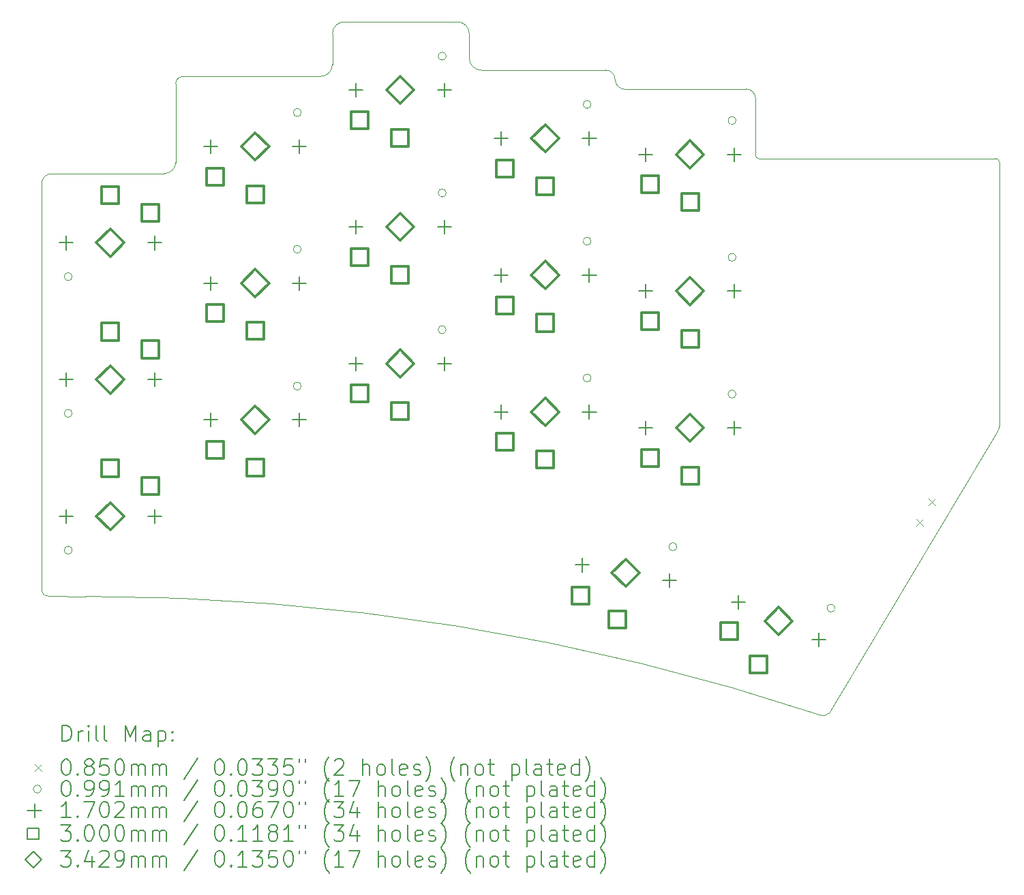
<source format=gbr>
%TF.GenerationSoftware,KiCad,Pcbnew,7.0.6*%
%TF.CreationDate,2024-09-20T23:29:49+02:00*%
%TF.ProjectId,KoalaKeeb_v0.2_left,4b6f616c-614b-4656-9562-5f76302e325f,rev?*%
%TF.SameCoordinates,Original*%
%TF.FileFunction,Drillmap*%
%TF.FilePolarity,Positive*%
%FSLAX45Y45*%
G04 Gerber Fmt 4.5, Leading zero omitted, Abs format (unit mm)*
G04 Created by KiCad (PCBNEW 7.0.6) date 2024-09-20 23:29:49*
%MOMM*%
%LPD*%
G01*
G04 APERTURE LIST*
%ADD10C,0.100000*%
%ADD11C,0.200000*%
%ADD12C,0.085000*%
%ADD13C,0.099060*%
%ADD14C,0.170180*%
%ADD15C,0.300000*%
%ADD16C,0.342900*%
G04 APERTURE END LIST*
D10*
X16149397Y-9204040D02*
G75*
G03*
X16229000Y-9292000I79603J-7960D01*
G01*
X28038471Y-7200235D02*
G75*
G03*
X28043000Y-7180000I-38471J19235D01*
G01*
X17901000Y-2833000D02*
G75*
G03*
X17811995Y-2923000I1000J-90000D01*
G01*
X19759000Y-2682000D02*
X19759000Y-2302000D01*
X16148585Y-4161999D02*
X16149000Y-5182000D01*
X25819307Y-10771079D02*
G75*
G03*
X16699000Y-9294640I-9120307J-27430922D01*
G01*
X23269416Y-2872000D02*
G75*
G03*
X23394147Y-2991690I124734J5150D01*
G01*
X16268999Y-4041585D02*
G75*
G03*
X16148585Y-4161999I1J-120415D01*
G01*
X16699000Y-9294640D02*
X16229000Y-9292000D01*
X28043000Y-3899000D02*
G75*
G03*
X27995000Y-3851000I-48000J0D01*
G01*
X16149000Y-5182000D02*
X16149000Y-5902000D01*
X16149397Y-9204040D02*
X16149000Y-5902000D01*
X21459000Y-2302000D02*
G75*
G03*
X21309000Y-2152000I-150000J0D01*
G01*
X28038471Y-7200235D02*
X28014000Y-7242000D01*
X25014269Y-3107147D02*
G75*
G03*
X24893853Y-2986731I-120419J-3D01*
G01*
X25923000Y-10748000D02*
X28014000Y-7242000D01*
X25013007Y-3812915D02*
G75*
G03*
X25052000Y-3852000I35993J-3085D01*
G01*
X17674000Y-4038004D02*
G75*
G03*
X17812000Y-3901000I0J138004D01*
G01*
X19909000Y-2152000D02*
G75*
G03*
X19759000Y-2302000I0J-150000D01*
G01*
X28043000Y-3899000D02*
X28043000Y-7180000D01*
X23394147Y-2991690D02*
X24893853Y-2986731D01*
X23269416Y-2872000D02*
G75*
G03*
X23149000Y-2751584I-120416J0D01*
G01*
X19609000Y-2832000D02*
G75*
G03*
X19759000Y-2682000I0J150000D01*
G01*
X25076000Y-3852000D02*
X25052000Y-3852000D01*
X19909000Y-2152000D02*
X21309000Y-2152000D01*
X17811995Y-2923000D02*
X17812000Y-3901000D01*
X17674000Y-4038004D02*
X17488000Y-4040000D01*
X16268999Y-4041584D02*
X17488000Y-4040000D01*
X17901000Y-2833000D02*
X19609000Y-2832000D01*
X21605066Y-2752126D02*
X23149000Y-2752000D01*
X21459000Y-2302000D02*
X21459000Y-2612000D01*
X25819307Y-10771078D02*
G75*
G03*
X25922869Y-10747905I38693J70078D01*
G01*
X27995000Y-3851000D02*
X25076000Y-3852000D01*
X25014269Y-3107147D02*
X25014000Y-3813000D01*
X21459000Y-2612000D02*
G75*
G03*
X21605066Y-2752126I146070J6070D01*
G01*
D11*
D12*
X27006244Y-8335075D02*
X27091244Y-8420075D01*
X27091244Y-8335075D02*
X27006244Y-8420075D01*
X27160756Y-8077925D02*
X27245756Y-8162925D01*
X27245756Y-8077925D02*
X27160756Y-8162925D01*
D13*
X16527530Y-5320000D02*
G75*
G03*
X16527530Y-5320000I-49530J0D01*
G01*
X16527530Y-7020000D02*
G75*
G03*
X16527530Y-7020000I-49530J0D01*
G01*
X16527530Y-8720000D02*
G75*
G03*
X16527530Y-8720000I-49530J0D01*
G01*
X19371530Y-3280000D02*
G75*
G03*
X19371530Y-3280000I-49530J0D01*
G01*
X19371530Y-4980000D02*
G75*
G03*
X19371530Y-4980000I-49530J0D01*
G01*
X19371530Y-6680000D02*
G75*
G03*
X19371530Y-6680000I-49530J0D01*
G01*
X21171530Y-2580000D02*
G75*
G03*
X21171530Y-2580000I-49530J0D01*
G01*
X21171530Y-4280000D02*
G75*
G03*
X21171530Y-4280000I-49530J0D01*
G01*
X21171530Y-5980000D02*
G75*
G03*
X21171530Y-5980000I-49530J0D01*
G01*
X22971530Y-3180000D02*
G75*
G03*
X22971530Y-3180000I-49530J0D01*
G01*
X22971530Y-4880000D02*
G75*
G03*
X22971530Y-4880000I-49530J0D01*
G01*
X22971530Y-6580000D02*
G75*
G03*
X22971530Y-6580000I-49530J0D01*
G01*
X24036532Y-8677025D02*
G75*
G03*
X24036532Y-8677025I-49530J0D01*
G01*
X24771530Y-3380000D02*
G75*
G03*
X24771530Y-3380000I-49530J0D01*
G01*
X24771530Y-5080000D02*
G75*
G03*
X24771530Y-5080000I-49530J0D01*
G01*
X24771530Y-6780000D02*
G75*
G03*
X24771530Y-6780000I-49530J0D01*
G01*
X26000122Y-9439958D02*
G75*
G03*
X26000122Y-9439958I-49530J0D01*
G01*
D14*
X16450000Y-4814910D02*
X16450000Y-4985090D01*
X16364910Y-4900000D02*
X16535090Y-4900000D01*
X16450000Y-6514910D02*
X16450000Y-6685090D01*
X16364910Y-6600000D02*
X16535090Y-6600000D01*
X16450000Y-8214910D02*
X16450000Y-8385090D01*
X16364910Y-8300000D02*
X16535090Y-8300000D01*
X17550000Y-4814910D02*
X17550000Y-4985090D01*
X17464910Y-4900000D02*
X17635090Y-4900000D01*
X17550000Y-6514910D02*
X17550000Y-6685090D01*
X17464910Y-6600000D02*
X17635090Y-6600000D01*
X17550000Y-8214910D02*
X17550000Y-8385090D01*
X17464910Y-8300000D02*
X17635090Y-8300000D01*
X18250000Y-3614910D02*
X18250000Y-3785090D01*
X18164910Y-3700000D02*
X18335090Y-3700000D01*
X18250000Y-5314910D02*
X18250000Y-5485090D01*
X18164910Y-5400000D02*
X18335090Y-5400000D01*
X18250000Y-7014910D02*
X18250000Y-7185090D01*
X18164910Y-7100000D02*
X18335090Y-7100000D01*
X19350000Y-3614910D02*
X19350000Y-3785090D01*
X19264910Y-3700000D02*
X19435090Y-3700000D01*
X19350000Y-5314910D02*
X19350000Y-5485090D01*
X19264910Y-5400000D02*
X19435090Y-5400000D01*
X19350000Y-7014910D02*
X19350000Y-7185090D01*
X19264910Y-7100000D02*
X19435090Y-7100000D01*
X20050000Y-2914910D02*
X20050000Y-3085090D01*
X19964910Y-3000000D02*
X20135090Y-3000000D01*
X20050000Y-4614910D02*
X20050000Y-4785090D01*
X19964910Y-4700000D02*
X20135090Y-4700000D01*
X20050000Y-6314910D02*
X20050000Y-6485090D01*
X19964910Y-6400000D02*
X20135090Y-6400000D01*
X21150000Y-2914910D02*
X21150000Y-3085090D01*
X21064910Y-3000000D02*
X21235090Y-3000000D01*
X21150000Y-4614910D02*
X21150000Y-4785090D01*
X21064910Y-4700000D02*
X21235090Y-4700000D01*
X21150000Y-6314910D02*
X21150000Y-6485090D01*
X21064910Y-6400000D02*
X21235090Y-6400000D01*
X21850000Y-3514910D02*
X21850000Y-3685090D01*
X21764910Y-3600000D02*
X21935090Y-3600000D01*
X21850000Y-5214910D02*
X21850000Y-5385090D01*
X21764910Y-5300000D02*
X21935090Y-5300000D01*
X21850000Y-6914910D02*
X21850000Y-7085090D01*
X21764910Y-7000000D02*
X21935090Y-7000000D01*
X22858356Y-8819404D02*
X22858356Y-8989584D01*
X22773266Y-8904494D02*
X22943446Y-8904494D01*
X22950000Y-3514910D02*
X22950000Y-3685090D01*
X22864910Y-3600000D02*
X23035090Y-3600000D01*
X22950000Y-5214910D02*
X22950000Y-5385090D01*
X22864910Y-5300000D02*
X23035090Y-5300000D01*
X22950000Y-6914910D02*
X22950000Y-7085090D01*
X22864910Y-7000000D02*
X23035090Y-7000000D01*
X23650000Y-3714910D02*
X23650000Y-3885090D01*
X23564910Y-3800000D02*
X23735090Y-3800000D01*
X23650000Y-5414910D02*
X23650000Y-5585090D01*
X23564910Y-5500000D02*
X23735090Y-5500000D01*
X23650000Y-7114910D02*
X23650000Y-7285090D01*
X23564910Y-7200000D02*
X23735090Y-7200000D01*
X23941644Y-9010417D02*
X23941644Y-9180597D01*
X23856554Y-9095507D02*
X24026734Y-9095507D01*
X24750000Y-3714910D02*
X24750000Y-3885090D01*
X24664910Y-3800000D02*
X24835090Y-3800000D01*
X24750000Y-5414910D02*
X24750000Y-5585090D01*
X24664910Y-5500000D02*
X24835090Y-5500000D01*
X24750000Y-7114910D02*
X24750000Y-7285090D01*
X24664910Y-7200000D02*
X24835090Y-7200000D01*
X24801531Y-9282470D02*
X24801531Y-9452650D01*
X24716441Y-9367560D02*
X24886621Y-9367560D01*
X25798469Y-9747350D02*
X25798469Y-9917530D01*
X25713379Y-9832440D02*
X25883559Y-9832440D01*
D15*
X17106067Y-4411067D02*
X17106067Y-4198933D01*
X16893933Y-4198933D01*
X16893933Y-4411067D01*
X17106067Y-4411067D01*
X17106067Y-6111067D02*
X17106067Y-5898933D01*
X16893933Y-5898933D01*
X16893933Y-6111067D01*
X17106067Y-6111067D01*
X17106067Y-7811067D02*
X17106067Y-7598933D01*
X16893933Y-7598933D01*
X16893933Y-7811067D01*
X17106067Y-7811067D01*
X17606067Y-4631067D02*
X17606067Y-4418933D01*
X17393933Y-4418933D01*
X17393933Y-4631067D01*
X17606067Y-4631067D01*
X17606067Y-6331067D02*
X17606067Y-6118933D01*
X17393933Y-6118933D01*
X17393933Y-6331067D01*
X17606067Y-6331067D01*
X17606067Y-8031067D02*
X17606067Y-7818933D01*
X17393933Y-7818933D01*
X17393933Y-8031067D01*
X17606067Y-8031067D01*
X18406067Y-4181067D02*
X18406067Y-3968933D01*
X18193933Y-3968933D01*
X18193933Y-4181067D01*
X18406067Y-4181067D01*
X18406067Y-5881067D02*
X18406067Y-5668933D01*
X18193933Y-5668933D01*
X18193933Y-5881067D01*
X18406067Y-5881067D01*
X18406067Y-7581067D02*
X18406067Y-7368933D01*
X18193933Y-7368933D01*
X18193933Y-7581067D01*
X18406067Y-7581067D01*
X18906067Y-4401067D02*
X18906067Y-4188933D01*
X18693933Y-4188933D01*
X18693933Y-4401067D01*
X18906067Y-4401067D01*
X18906067Y-6101067D02*
X18906067Y-5888933D01*
X18693933Y-5888933D01*
X18693933Y-6101067D01*
X18906067Y-6101067D01*
X18906067Y-7801067D02*
X18906067Y-7588933D01*
X18693933Y-7588933D01*
X18693933Y-7801067D01*
X18906067Y-7801067D01*
X20206067Y-3481067D02*
X20206067Y-3268933D01*
X19993933Y-3268933D01*
X19993933Y-3481067D01*
X20206067Y-3481067D01*
X20206067Y-5181067D02*
X20206067Y-4968933D01*
X19993933Y-4968933D01*
X19993933Y-5181067D01*
X20206067Y-5181067D01*
X20206067Y-6881067D02*
X20206067Y-6668933D01*
X19993933Y-6668933D01*
X19993933Y-6881067D01*
X20206067Y-6881067D01*
X20706067Y-3701067D02*
X20706067Y-3488933D01*
X20493933Y-3488933D01*
X20493933Y-3701067D01*
X20706067Y-3701067D01*
X20706067Y-5401067D02*
X20706067Y-5188933D01*
X20493933Y-5188933D01*
X20493933Y-5401067D01*
X20706067Y-5401067D01*
X20706067Y-7101067D02*
X20706067Y-6888933D01*
X20493933Y-6888933D01*
X20493933Y-7101067D01*
X20706067Y-7101067D01*
X22006067Y-4081067D02*
X22006067Y-3868933D01*
X21793933Y-3868933D01*
X21793933Y-4081067D01*
X22006067Y-4081067D01*
X22006067Y-5781067D02*
X22006067Y-5568933D01*
X21793933Y-5568933D01*
X21793933Y-5781067D01*
X22006067Y-5781067D01*
X22006067Y-7481067D02*
X22006067Y-7268933D01*
X21793933Y-7268933D01*
X21793933Y-7481067D01*
X22006067Y-7481067D01*
X22506067Y-4301067D02*
X22506067Y-4088933D01*
X22293933Y-4088933D01*
X22293933Y-4301067D01*
X22506067Y-4301067D01*
X22506067Y-6001067D02*
X22506067Y-5788933D01*
X22293933Y-5788933D01*
X22293933Y-6001067D01*
X22506067Y-6001067D01*
X22506067Y-7701067D02*
X22506067Y-7488933D01*
X22293933Y-7488933D01*
X22293933Y-7701067D01*
X22506067Y-7701067D01*
X22948545Y-9388546D02*
X22948545Y-9176412D01*
X22736411Y-9176412D01*
X22736411Y-9388546D01*
X22948545Y-9388546D01*
X23402746Y-9692028D02*
X23402746Y-9479894D01*
X23190612Y-9479894D01*
X23190612Y-9692028D01*
X23402746Y-9692028D01*
X23806067Y-4281067D02*
X23806067Y-4068933D01*
X23593933Y-4068933D01*
X23593933Y-4281067D01*
X23806067Y-4281067D01*
X23806067Y-5981067D02*
X23806067Y-5768933D01*
X23593933Y-5768933D01*
X23593933Y-5981067D01*
X23806067Y-5981067D01*
X23806067Y-7681067D02*
X23806067Y-7468933D01*
X23593933Y-7468933D01*
X23593933Y-7681067D01*
X23806067Y-7681067D01*
X24306067Y-4501067D02*
X24306067Y-4288933D01*
X24093933Y-4288933D01*
X24093933Y-4501067D01*
X24306067Y-4501067D01*
X24306067Y-6201067D02*
X24306067Y-5988933D01*
X24093933Y-5988933D01*
X24093933Y-6201067D01*
X24306067Y-6201067D01*
X24306067Y-7901067D02*
X24306067Y-7688933D01*
X24093933Y-7688933D01*
X24093933Y-7901067D01*
X24306067Y-7901067D01*
X24794431Y-9834623D02*
X24794431Y-9622489D01*
X24582297Y-9622489D01*
X24582297Y-9834623D01*
X24794431Y-9834623D01*
X25154609Y-10245320D02*
X25154609Y-10033186D01*
X24942475Y-10033186D01*
X24942475Y-10245320D01*
X25154609Y-10245320D01*
D16*
X17000000Y-5071450D02*
X17171450Y-4900000D01*
X17000000Y-4728550D01*
X16828550Y-4900000D01*
X17000000Y-5071450D01*
X17000000Y-6771450D02*
X17171450Y-6600000D01*
X17000000Y-6428550D01*
X16828550Y-6600000D01*
X17000000Y-6771450D01*
X17000000Y-8471450D02*
X17171450Y-8300000D01*
X17000000Y-8128550D01*
X16828550Y-8300000D01*
X17000000Y-8471450D01*
X18800000Y-3871450D02*
X18971450Y-3700000D01*
X18800000Y-3528550D01*
X18628550Y-3700000D01*
X18800000Y-3871450D01*
X18800000Y-5571450D02*
X18971450Y-5400000D01*
X18800000Y-5228550D01*
X18628550Y-5400000D01*
X18800000Y-5571450D01*
X18800000Y-7271450D02*
X18971450Y-7100000D01*
X18800000Y-6928550D01*
X18628550Y-7100000D01*
X18800000Y-7271450D01*
X20600000Y-3171450D02*
X20771450Y-3000000D01*
X20600000Y-2828550D01*
X20428550Y-3000000D01*
X20600000Y-3171450D01*
X20600000Y-4871450D02*
X20771450Y-4700000D01*
X20600000Y-4528550D01*
X20428550Y-4700000D01*
X20600000Y-4871450D01*
X20600000Y-6571450D02*
X20771450Y-6400000D01*
X20600000Y-6228550D01*
X20428550Y-6400000D01*
X20600000Y-6571450D01*
X22400000Y-3771450D02*
X22571450Y-3600000D01*
X22400000Y-3428550D01*
X22228550Y-3600000D01*
X22400000Y-3771450D01*
X22400000Y-5471450D02*
X22571450Y-5300000D01*
X22400000Y-5128550D01*
X22228550Y-5300000D01*
X22400000Y-5471450D01*
X22400000Y-7171450D02*
X22571450Y-7000000D01*
X22400000Y-6828550D01*
X22228550Y-7000000D01*
X22400000Y-7171450D01*
X23400000Y-9171450D02*
X23571450Y-9000000D01*
X23400000Y-8828550D01*
X23228550Y-9000000D01*
X23400000Y-9171450D01*
X24200000Y-3971450D02*
X24371450Y-3800000D01*
X24200000Y-3628550D01*
X24028550Y-3800000D01*
X24200000Y-3971450D01*
X24200000Y-5671450D02*
X24371450Y-5500000D01*
X24200000Y-5328550D01*
X24028550Y-5500000D01*
X24200000Y-5671450D01*
X24200000Y-7371450D02*
X24371450Y-7200000D01*
X24200000Y-7028550D01*
X24028550Y-7200000D01*
X24200000Y-7371450D01*
X25300000Y-9771450D02*
X25471450Y-9600000D01*
X25300000Y-9428550D01*
X25128550Y-9600000D01*
X25300000Y-9771450D01*
D11*
X16404362Y-11097535D02*
X16404362Y-10897535D01*
X16404362Y-10897535D02*
X16451981Y-10897535D01*
X16451981Y-10897535D02*
X16480552Y-10907058D01*
X16480552Y-10907058D02*
X16499600Y-10926106D01*
X16499600Y-10926106D02*
X16509124Y-10945154D01*
X16509124Y-10945154D02*
X16518647Y-10983249D01*
X16518647Y-10983249D02*
X16518647Y-11011820D01*
X16518647Y-11011820D02*
X16509124Y-11049915D01*
X16509124Y-11049915D02*
X16499600Y-11068963D01*
X16499600Y-11068963D02*
X16480552Y-11088011D01*
X16480552Y-11088011D02*
X16451981Y-11097535D01*
X16451981Y-11097535D02*
X16404362Y-11097535D01*
X16604362Y-11097535D02*
X16604362Y-10964201D01*
X16604362Y-11002296D02*
X16613885Y-10983249D01*
X16613885Y-10983249D02*
X16623409Y-10973725D01*
X16623409Y-10973725D02*
X16642457Y-10964201D01*
X16642457Y-10964201D02*
X16661505Y-10964201D01*
X16728171Y-11097535D02*
X16728171Y-10964201D01*
X16728171Y-10897535D02*
X16718647Y-10907058D01*
X16718647Y-10907058D02*
X16728171Y-10916582D01*
X16728171Y-10916582D02*
X16737695Y-10907058D01*
X16737695Y-10907058D02*
X16728171Y-10897535D01*
X16728171Y-10897535D02*
X16728171Y-10916582D01*
X16851981Y-11097535D02*
X16832933Y-11088011D01*
X16832933Y-11088011D02*
X16823409Y-11068963D01*
X16823409Y-11068963D02*
X16823409Y-10897535D01*
X16956743Y-11097535D02*
X16937695Y-11088011D01*
X16937695Y-11088011D02*
X16928171Y-11068963D01*
X16928171Y-11068963D02*
X16928171Y-10897535D01*
X17185314Y-11097535D02*
X17185314Y-10897535D01*
X17185314Y-10897535D02*
X17251981Y-11040392D01*
X17251981Y-11040392D02*
X17318647Y-10897535D01*
X17318647Y-10897535D02*
X17318647Y-11097535D01*
X17499600Y-11097535D02*
X17499600Y-10992773D01*
X17499600Y-10992773D02*
X17490076Y-10973725D01*
X17490076Y-10973725D02*
X17471028Y-10964201D01*
X17471028Y-10964201D02*
X17432933Y-10964201D01*
X17432933Y-10964201D02*
X17413886Y-10973725D01*
X17499600Y-11088011D02*
X17480552Y-11097535D01*
X17480552Y-11097535D02*
X17432933Y-11097535D01*
X17432933Y-11097535D02*
X17413886Y-11088011D01*
X17413886Y-11088011D02*
X17404362Y-11068963D01*
X17404362Y-11068963D02*
X17404362Y-11049915D01*
X17404362Y-11049915D02*
X17413886Y-11030868D01*
X17413886Y-11030868D02*
X17432933Y-11021344D01*
X17432933Y-11021344D02*
X17480552Y-11021344D01*
X17480552Y-11021344D02*
X17499600Y-11011820D01*
X17594838Y-10964201D02*
X17594838Y-11164201D01*
X17594838Y-10973725D02*
X17613886Y-10964201D01*
X17613886Y-10964201D02*
X17651981Y-10964201D01*
X17651981Y-10964201D02*
X17671028Y-10973725D01*
X17671028Y-10973725D02*
X17680552Y-10983249D01*
X17680552Y-10983249D02*
X17690076Y-11002296D01*
X17690076Y-11002296D02*
X17690076Y-11059439D01*
X17690076Y-11059439D02*
X17680552Y-11078487D01*
X17680552Y-11078487D02*
X17671028Y-11088011D01*
X17671028Y-11088011D02*
X17651981Y-11097535D01*
X17651981Y-11097535D02*
X17613886Y-11097535D01*
X17613886Y-11097535D02*
X17594838Y-11088011D01*
X17775790Y-11078487D02*
X17785314Y-11088011D01*
X17785314Y-11088011D02*
X17775790Y-11097535D01*
X17775790Y-11097535D02*
X17766267Y-11088011D01*
X17766267Y-11088011D02*
X17775790Y-11078487D01*
X17775790Y-11078487D02*
X17775790Y-11097535D01*
X17775790Y-10973725D02*
X17785314Y-10983249D01*
X17785314Y-10983249D02*
X17775790Y-10992773D01*
X17775790Y-10992773D02*
X17766267Y-10983249D01*
X17766267Y-10983249D02*
X17775790Y-10973725D01*
X17775790Y-10973725D02*
X17775790Y-10992773D01*
D12*
X16058585Y-11383551D02*
X16143585Y-11468551D01*
X16143585Y-11383551D02*
X16058585Y-11468551D01*
D11*
X16442457Y-11317534D02*
X16461505Y-11317534D01*
X16461505Y-11317534D02*
X16480552Y-11327058D01*
X16480552Y-11327058D02*
X16490076Y-11336582D01*
X16490076Y-11336582D02*
X16499600Y-11355630D01*
X16499600Y-11355630D02*
X16509124Y-11393725D01*
X16509124Y-11393725D02*
X16509124Y-11441344D01*
X16509124Y-11441344D02*
X16499600Y-11479439D01*
X16499600Y-11479439D02*
X16490076Y-11498487D01*
X16490076Y-11498487D02*
X16480552Y-11508011D01*
X16480552Y-11508011D02*
X16461505Y-11517534D01*
X16461505Y-11517534D02*
X16442457Y-11517534D01*
X16442457Y-11517534D02*
X16423409Y-11508011D01*
X16423409Y-11508011D02*
X16413885Y-11498487D01*
X16413885Y-11498487D02*
X16404362Y-11479439D01*
X16404362Y-11479439D02*
X16394838Y-11441344D01*
X16394838Y-11441344D02*
X16394838Y-11393725D01*
X16394838Y-11393725D02*
X16404362Y-11355630D01*
X16404362Y-11355630D02*
X16413885Y-11336582D01*
X16413885Y-11336582D02*
X16423409Y-11327058D01*
X16423409Y-11327058D02*
X16442457Y-11317534D01*
X16594838Y-11498487D02*
X16604362Y-11508011D01*
X16604362Y-11508011D02*
X16594838Y-11517534D01*
X16594838Y-11517534D02*
X16585314Y-11508011D01*
X16585314Y-11508011D02*
X16594838Y-11498487D01*
X16594838Y-11498487D02*
X16594838Y-11517534D01*
X16718647Y-11403249D02*
X16699600Y-11393725D01*
X16699600Y-11393725D02*
X16690076Y-11384201D01*
X16690076Y-11384201D02*
X16680552Y-11365153D01*
X16680552Y-11365153D02*
X16680552Y-11355630D01*
X16680552Y-11355630D02*
X16690076Y-11336582D01*
X16690076Y-11336582D02*
X16699600Y-11327058D01*
X16699600Y-11327058D02*
X16718647Y-11317534D01*
X16718647Y-11317534D02*
X16756743Y-11317534D01*
X16756743Y-11317534D02*
X16775790Y-11327058D01*
X16775790Y-11327058D02*
X16785314Y-11336582D01*
X16785314Y-11336582D02*
X16794838Y-11355630D01*
X16794838Y-11355630D02*
X16794838Y-11365153D01*
X16794838Y-11365153D02*
X16785314Y-11384201D01*
X16785314Y-11384201D02*
X16775790Y-11393725D01*
X16775790Y-11393725D02*
X16756743Y-11403249D01*
X16756743Y-11403249D02*
X16718647Y-11403249D01*
X16718647Y-11403249D02*
X16699600Y-11412773D01*
X16699600Y-11412773D02*
X16690076Y-11422296D01*
X16690076Y-11422296D02*
X16680552Y-11441344D01*
X16680552Y-11441344D02*
X16680552Y-11479439D01*
X16680552Y-11479439D02*
X16690076Y-11498487D01*
X16690076Y-11498487D02*
X16699600Y-11508011D01*
X16699600Y-11508011D02*
X16718647Y-11517534D01*
X16718647Y-11517534D02*
X16756743Y-11517534D01*
X16756743Y-11517534D02*
X16775790Y-11508011D01*
X16775790Y-11508011D02*
X16785314Y-11498487D01*
X16785314Y-11498487D02*
X16794838Y-11479439D01*
X16794838Y-11479439D02*
X16794838Y-11441344D01*
X16794838Y-11441344D02*
X16785314Y-11422296D01*
X16785314Y-11422296D02*
X16775790Y-11412773D01*
X16775790Y-11412773D02*
X16756743Y-11403249D01*
X16975790Y-11317534D02*
X16880552Y-11317534D01*
X16880552Y-11317534D02*
X16871028Y-11412773D01*
X16871028Y-11412773D02*
X16880552Y-11403249D01*
X16880552Y-11403249D02*
X16899600Y-11393725D01*
X16899600Y-11393725D02*
X16947219Y-11393725D01*
X16947219Y-11393725D02*
X16966267Y-11403249D01*
X16966267Y-11403249D02*
X16975790Y-11412773D01*
X16975790Y-11412773D02*
X16985314Y-11431820D01*
X16985314Y-11431820D02*
X16985314Y-11479439D01*
X16985314Y-11479439D02*
X16975790Y-11498487D01*
X16975790Y-11498487D02*
X16966267Y-11508011D01*
X16966267Y-11508011D02*
X16947219Y-11517534D01*
X16947219Y-11517534D02*
X16899600Y-11517534D01*
X16899600Y-11517534D02*
X16880552Y-11508011D01*
X16880552Y-11508011D02*
X16871028Y-11498487D01*
X17109124Y-11317534D02*
X17128171Y-11317534D01*
X17128171Y-11317534D02*
X17147219Y-11327058D01*
X17147219Y-11327058D02*
X17156743Y-11336582D01*
X17156743Y-11336582D02*
X17166267Y-11355630D01*
X17166267Y-11355630D02*
X17175790Y-11393725D01*
X17175790Y-11393725D02*
X17175790Y-11441344D01*
X17175790Y-11441344D02*
X17166267Y-11479439D01*
X17166267Y-11479439D02*
X17156743Y-11498487D01*
X17156743Y-11498487D02*
X17147219Y-11508011D01*
X17147219Y-11508011D02*
X17128171Y-11517534D01*
X17128171Y-11517534D02*
X17109124Y-11517534D01*
X17109124Y-11517534D02*
X17090076Y-11508011D01*
X17090076Y-11508011D02*
X17080552Y-11498487D01*
X17080552Y-11498487D02*
X17071028Y-11479439D01*
X17071028Y-11479439D02*
X17061505Y-11441344D01*
X17061505Y-11441344D02*
X17061505Y-11393725D01*
X17061505Y-11393725D02*
X17071028Y-11355630D01*
X17071028Y-11355630D02*
X17080552Y-11336582D01*
X17080552Y-11336582D02*
X17090076Y-11327058D01*
X17090076Y-11327058D02*
X17109124Y-11317534D01*
X17261505Y-11517534D02*
X17261505Y-11384201D01*
X17261505Y-11403249D02*
X17271028Y-11393725D01*
X17271028Y-11393725D02*
X17290076Y-11384201D01*
X17290076Y-11384201D02*
X17318648Y-11384201D01*
X17318648Y-11384201D02*
X17337695Y-11393725D01*
X17337695Y-11393725D02*
X17347219Y-11412773D01*
X17347219Y-11412773D02*
X17347219Y-11517534D01*
X17347219Y-11412773D02*
X17356743Y-11393725D01*
X17356743Y-11393725D02*
X17375790Y-11384201D01*
X17375790Y-11384201D02*
X17404362Y-11384201D01*
X17404362Y-11384201D02*
X17423409Y-11393725D01*
X17423409Y-11393725D02*
X17432933Y-11412773D01*
X17432933Y-11412773D02*
X17432933Y-11517534D01*
X17528171Y-11517534D02*
X17528171Y-11384201D01*
X17528171Y-11403249D02*
X17537695Y-11393725D01*
X17537695Y-11393725D02*
X17556743Y-11384201D01*
X17556743Y-11384201D02*
X17585314Y-11384201D01*
X17585314Y-11384201D02*
X17604362Y-11393725D01*
X17604362Y-11393725D02*
X17613886Y-11412773D01*
X17613886Y-11412773D02*
X17613886Y-11517534D01*
X17613886Y-11412773D02*
X17623409Y-11393725D01*
X17623409Y-11393725D02*
X17642457Y-11384201D01*
X17642457Y-11384201D02*
X17671028Y-11384201D01*
X17671028Y-11384201D02*
X17690076Y-11393725D01*
X17690076Y-11393725D02*
X17699600Y-11412773D01*
X17699600Y-11412773D02*
X17699600Y-11517534D01*
X18090076Y-11308011D02*
X17918648Y-11565153D01*
X18347219Y-11317534D02*
X18366267Y-11317534D01*
X18366267Y-11317534D02*
X18385314Y-11327058D01*
X18385314Y-11327058D02*
X18394838Y-11336582D01*
X18394838Y-11336582D02*
X18404362Y-11355630D01*
X18404362Y-11355630D02*
X18413886Y-11393725D01*
X18413886Y-11393725D02*
X18413886Y-11441344D01*
X18413886Y-11441344D02*
X18404362Y-11479439D01*
X18404362Y-11479439D02*
X18394838Y-11498487D01*
X18394838Y-11498487D02*
X18385314Y-11508011D01*
X18385314Y-11508011D02*
X18366267Y-11517534D01*
X18366267Y-11517534D02*
X18347219Y-11517534D01*
X18347219Y-11517534D02*
X18328171Y-11508011D01*
X18328171Y-11508011D02*
X18318648Y-11498487D01*
X18318648Y-11498487D02*
X18309124Y-11479439D01*
X18309124Y-11479439D02*
X18299600Y-11441344D01*
X18299600Y-11441344D02*
X18299600Y-11393725D01*
X18299600Y-11393725D02*
X18309124Y-11355630D01*
X18309124Y-11355630D02*
X18318648Y-11336582D01*
X18318648Y-11336582D02*
X18328171Y-11327058D01*
X18328171Y-11327058D02*
X18347219Y-11317534D01*
X18499600Y-11498487D02*
X18509124Y-11508011D01*
X18509124Y-11508011D02*
X18499600Y-11517534D01*
X18499600Y-11517534D02*
X18490076Y-11508011D01*
X18490076Y-11508011D02*
X18499600Y-11498487D01*
X18499600Y-11498487D02*
X18499600Y-11517534D01*
X18632933Y-11317534D02*
X18651981Y-11317534D01*
X18651981Y-11317534D02*
X18671029Y-11327058D01*
X18671029Y-11327058D02*
X18680552Y-11336582D01*
X18680552Y-11336582D02*
X18690076Y-11355630D01*
X18690076Y-11355630D02*
X18699600Y-11393725D01*
X18699600Y-11393725D02*
X18699600Y-11441344D01*
X18699600Y-11441344D02*
X18690076Y-11479439D01*
X18690076Y-11479439D02*
X18680552Y-11498487D01*
X18680552Y-11498487D02*
X18671029Y-11508011D01*
X18671029Y-11508011D02*
X18651981Y-11517534D01*
X18651981Y-11517534D02*
X18632933Y-11517534D01*
X18632933Y-11517534D02*
X18613886Y-11508011D01*
X18613886Y-11508011D02*
X18604362Y-11498487D01*
X18604362Y-11498487D02*
X18594838Y-11479439D01*
X18594838Y-11479439D02*
X18585314Y-11441344D01*
X18585314Y-11441344D02*
X18585314Y-11393725D01*
X18585314Y-11393725D02*
X18594838Y-11355630D01*
X18594838Y-11355630D02*
X18604362Y-11336582D01*
X18604362Y-11336582D02*
X18613886Y-11327058D01*
X18613886Y-11327058D02*
X18632933Y-11317534D01*
X18766267Y-11317534D02*
X18890076Y-11317534D01*
X18890076Y-11317534D02*
X18823410Y-11393725D01*
X18823410Y-11393725D02*
X18851981Y-11393725D01*
X18851981Y-11393725D02*
X18871029Y-11403249D01*
X18871029Y-11403249D02*
X18880552Y-11412773D01*
X18880552Y-11412773D02*
X18890076Y-11431820D01*
X18890076Y-11431820D02*
X18890076Y-11479439D01*
X18890076Y-11479439D02*
X18880552Y-11498487D01*
X18880552Y-11498487D02*
X18871029Y-11508011D01*
X18871029Y-11508011D02*
X18851981Y-11517534D01*
X18851981Y-11517534D02*
X18794838Y-11517534D01*
X18794838Y-11517534D02*
X18775791Y-11508011D01*
X18775791Y-11508011D02*
X18766267Y-11498487D01*
X18956743Y-11317534D02*
X19080552Y-11317534D01*
X19080552Y-11317534D02*
X19013886Y-11393725D01*
X19013886Y-11393725D02*
X19042457Y-11393725D01*
X19042457Y-11393725D02*
X19061505Y-11403249D01*
X19061505Y-11403249D02*
X19071029Y-11412773D01*
X19071029Y-11412773D02*
X19080552Y-11431820D01*
X19080552Y-11431820D02*
X19080552Y-11479439D01*
X19080552Y-11479439D02*
X19071029Y-11498487D01*
X19071029Y-11498487D02*
X19061505Y-11508011D01*
X19061505Y-11508011D02*
X19042457Y-11517534D01*
X19042457Y-11517534D02*
X18985314Y-11517534D01*
X18985314Y-11517534D02*
X18966267Y-11508011D01*
X18966267Y-11508011D02*
X18956743Y-11498487D01*
X19261505Y-11317534D02*
X19166267Y-11317534D01*
X19166267Y-11317534D02*
X19156743Y-11412773D01*
X19156743Y-11412773D02*
X19166267Y-11403249D01*
X19166267Y-11403249D02*
X19185314Y-11393725D01*
X19185314Y-11393725D02*
X19232933Y-11393725D01*
X19232933Y-11393725D02*
X19251981Y-11403249D01*
X19251981Y-11403249D02*
X19261505Y-11412773D01*
X19261505Y-11412773D02*
X19271029Y-11431820D01*
X19271029Y-11431820D02*
X19271029Y-11479439D01*
X19271029Y-11479439D02*
X19261505Y-11498487D01*
X19261505Y-11498487D02*
X19251981Y-11508011D01*
X19251981Y-11508011D02*
X19232933Y-11517534D01*
X19232933Y-11517534D02*
X19185314Y-11517534D01*
X19185314Y-11517534D02*
X19166267Y-11508011D01*
X19166267Y-11508011D02*
X19156743Y-11498487D01*
X19347219Y-11317534D02*
X19347219Y-11355630D01*
X19423410Y-11317534D02*
X19423410Y-11355630D01*
X19718648Y-11593725D02*
X19709124Y-11584201D01*
X19709124Y-11584201D02*
X19690076Y-11555630D01*
X19690076Y-11555630D02*
X19680553Y-11536582D01*
X19680553Y-11536582D02*
X19671029Y-11508011D01*
X19671029Y-11508011D02*
X19661505Y-11460392D01*
X19661505Y-11460392D02*
X19661505Y-11422296D01*
X19661505Y-11422296D02*
X19671029Y-11374677D01*
X19671029Y-11374677D02*
X19680553Y-11346106D01*
X19680553Y-11346106D02*
X19690076Y-11327058D01*
X19690076Y-11327058D02*
X19709124Y-11298487D01*
X19709124Y-11298487D02*
X19718648Y-11288963D01*
X19785314Y-11336582D02*
X19794838Y-11327058D01*
X19794838Y-11327058D02*
X19813886Y-11317534D01*
X19813886Y-11317534D02*
X19861505Y-11317534D01*
X19861505Y-11317534D02*
X19880553Y-11327058D01*
X19880553Y-11327058D02*
X19890076Y-11336582D01*
X19890076Y-11336582D02*
X19899600Y-11355630D01*
X19899600Y-11355630D02*
X19899600Y-11374677D01*
X19899600Y-11374677D02*
X19890076Y-11403249D01*
X19890076Y-11403249D02*
X19775791Y-11517534D01*
X19775791Y-11517534D02*
X19899600Y-11517534D01*
X20137695Y-11517534D02*
X20137695Y-11317534D01*
X20223410Y-11517534D02*
X20223410Y-11412773D01*
X20223410Y-11412773D02*
X20213886Y-11393725D01*
X20213886Y-11393725D02*
X20194838Y-11384201D01*
X20194838Y-11384201D02*
X20166267Y-11384201D01*
X20166267Y-11384201D02*
X20147219Y-11393725D01*
X20147219Y-11393725D02*
X20137695Y-11403249D01*
X20347219Y-11517534D02*
X20328172Y-11508011D01*
X20328172Y-11508011D02*
X20318648Y-11498487D01*
X20318648Y-11498487D02*
X20309124Y-11479439D01*
X20309124Y-11479439D02*
X20309124Y-11422296D01*
X20309124Y-11422296D02*
X20318648Y-11403249D01*
X20318648Y-11403249D02*
X20328172Y-11393725D01*
X20328172Y-11393725D02*
X20347219Y-11384201D01*
X20347219Y-11384201D02*
X20375791Y-11384201D01*
X20375791Y-11384201D02*
X20394838Y-11393725D01*
X20394838Y-11393725D02*
X20404362Y-11403249D01*
X20404362Y-11403249D02*
X20413886Y-11422296D01*
X20413886Y-11422296D02*
X20413886Y-11479439D01*
X20413886Y-11479439D02*
X20404362Y-11498487D01*
X20404362Y-11498487D02*
X20394838Y-11508011D01*
X20394838Y-11508011D02*
X20375791Y-11517534D01*
X20375791Y-11517534D02*
X20347219Y-11517534D01*
X20528172Y-11517534D02*
X20509124Y-11508011D01*
X20509124Y-11508011D02*
X20499600Y-11488963D01*
X20499600Y-11488963D02*
X20499600Y-11317534D01*
X20680553Y-11508011D02*
X20661505Y-11517534D01*
X20661505Y-11517534D02*
X20623410Y-11517534D01*
X20623410Y-11517534D02*
X20604362Y-11508011D01*
X20604362Y-11508011D02*
X20594838Y-11488963D01*
X20594838Y-11488963D02*
X20594838Y-11412773D01*
X20594838Y-11412773D02*
X20604362Y-11393725D01*
X20604362Y-11393725D02*
X20623410Y-11384201D01*
X20623410Y-11384201D02*
X20661505Y-11384201D01*
X20661505Y-11384201D02*
X20680553Y-11393725D01*
X20680553Y-11393725D02*
X20690076Y-11412773D01*
X20690076Y-11412773D02*
X20690076Y-11431820D01*
X20690076Y-11431820D02*
X20594838Y-11450868D01*
X20766267Y-11508011D02*
X20785315Y-11517534D01*
X20785315Y-11517534D02*
X20823410Y-11517534D01*
X20823410Y-11517534D02*
X20842457Y-11508011D01*
X20842457Y-11508011D02*
X20851981Y-11488963D01*
X20851981Y-11488963D02*
X20851981Y-11479439D01*
X20851981Y-11479439D02*
X20842457Y-11460392D01*
X20842457Y-11460392D02*
X20823410Y-11450868D01*
X20823410Y-11450868D02*
X20794838Y-11450868D01*
X20794838Y-11450868D02*
X20775791Y-11441344D01*
X20775791Y-11441344D02*
X20766267Y-11422296D01*
X20766267Y-11422296D02*
X20766267Y-11412773D01*
X20766267Y-11412773D02*
X20775791Y-11393725D01*
X20775791Y-11393725D02*
X20794838Y-11384201D01*
X20794838Y-11384201D02*
X20823410Y-11384201D01*
X20823410Y-11384201D02*
X20842457Y-11393725D01*
X20918648Y-11593725D02*
X20928172Y-11584201D01*
X20928172Y-11584201D02*
X20947219Y-11555630D01*
X20947219Y-11555630D02*
X20956743Y-11536582D01*
X20956743Y-11536582D02*
X20966267Y-11508011D01*
X20966267Y-11508011D02*
X20975791Y-11460392D01*
X20975791Y-11460392D02*
X20975791Y-11422296D01*
X20975791Y-11422296D02*
X20966267Y-11374677D01*
X20966267Y-11374677D02*
X20956743Y-11346106D01*
X20956743Y-11346106D02*
X20947219Y-11327058D01*
X20947219Y-11327058D02*
X20928172Y-11298487D01*
X20928172Y-11298487D02*
X20918648Y-11288963D01*
X21280553Y-11593725D02*
X21271029Y-11584201D01*
X21271029Y-11584201D02*
X21251981Y-11555630D01*
X21251981Y-11555630D02*
X21242457Y-11536582D01*
X21242457Y-11536582D02*
X21232934Y-11508011D01*
X21232934Y-11508011D02*
X21223410Y-11460392D01*
X21223410Y-11460392D02*
X21223410Y-11422296D01*
X21223410Y-11422296D02*
X21232934Y-11374677D01*
X21232934Y-11374677D02*
X21242457Y-11346106D01*
X21242457Y-11346106D02*
X21251981Y-11327058D01*
X21251981Y-11327058D02*
X21271029Y-11298487D01*
X21271029Y-11298487D02*
X21280553Y-11288963D01*
X21356743Y-11384201D02*
X21356743Y-11517534D01*
X21356743Y-11403249D02*
X21366267Y-11393725D01*
X21366267Y-11393725D02*
X21385315Y-11384201D01*
X21385315Y-11384201D02*
X21413886Y-11384201D01*
X21413886Y-11384201D02*
X21432934Y-11393725D01*
X21432934Y-11393725D02*
X21442457Y-11412773D01*
X21442457Y-11412773D02*
X21442457Y-11517534D01*
X21566267Y-11517534D02*
X21547219Y-11508011D01*
X21547219Y-11508011D02*
X21537696Y-11498487D01*
X21537696Y-11498487D02*
X21528172Y-11479439D01*
X21528172Y-11479439D02*
X21528172Y-11422296D01*
X21528172Y-11422296D02*
X21537696Y-11403249D01*
X21537696Y-11403249D02*
X21547219Y-11393725D01*
X21547219Y-11393725D02*
X21566267Y-11384201D01*
X21566267Y-11384201D02*
X21594838Y-11384201D01*
X21594838Y-11384201D02*
X21613886Y-11393725D01*
X21613886Y-11393725D02*
X21623410Y-11403249D01*
X21623410Y-11403249D02*
X21632934Y-11422296D01*
X21632934Y-11422296D02*
X21632934Y-11479439D01*
X21632934Y-11479439D02*
X21623410Y-11498487D01*
X21623410Y-11498487D02*
X21613886Y-11508011D01*
X21613886Y-11508011D02*
X21594838Y-11517534D01*
X21594838Y-11517534D02*
X21566267Y-11517534D01*
X21690077Y-11384201D02*
X21766267Y-11384201D01*
X21718648Y-11317534D02*
X21718648Y-11488963D01*
X21718648Y-11488963D02*
X21728172Y-11508011D01*
X21728172Y-11508011D02*
X21747219Y-11517534D01*
X21747219Y-11517534D02*
X21766267Y-11517534D01*
X21985315Y-11384201D02*
X21985315Y-11584201D01*
X21985315Y-11393725D02*
X22004362Y-11384201D01*
X22004362Y-11384201D02*
X22042458Y-11384201D01*
X22042458Y-11384201D02*
X22061505Y-11393725D01*
X22061505Y-11393725D02*
X22071029Y-11403249D01*
X22071029Y-11403249D02*
X22080553Y-11422296D01*
X22080553Y-11422296D02*
X22080553Y-11479439D01*
X22080553Y-11479439D02*
X22071029Y-11498487D01*
X22071029Y-11498487D02*
X22061505Y-11508011D01*
X22061505Y-11508011D02*
X22042458Y-11517534D01*
X22042458Y-11517534D02*
X22004362Y-11517534D01*
X22004362Y-11517534D02*
X21985315Y-11508011D01*
X22194838Y-11517534D02*
X22175791Y-11508011D01*
X22175791Y-11508011D02*
X22166267Y-11488963D01*
X22166267Y-11488963D02*
X22166267Y-11317534D01*
X22356743Y-11517534D02*
X22356743Y-11412773D01*
X22356743Y-11412773D02*
X22347219Y-11393725D01*
X22347219Y-11393725D02*
X22328172Y-11384201D01*
X22328172Y-11384201D02*
X22290077Y-11384201D01*
X22290077Y-11384201D02*
X22271029Y-11393725D01*
X22356743Y-11508011D02*
X22337696Y-11517534D01*
X22337696Y-11517534D02*
X22290077Y-11517534D01*
X22290077Y-11517534D02*
X22271029Y-11508011D01*
X22271029Y-11508011D02*
X22261505Y-11488963D01*
X22261505Y-11488963D02*
X22261505Y-11469915D01*
X22261505Y-11469915D02*
X22271029Y-11450868D01*
X22271029Y-11450868D02*
X22290077Y-11441344D01*
X22290077Y-11441344D02*
X22337696Y-11441344D01*
X22337696Y-11441344D02*
X22356743Y-11431820D01*
X22423410Y-11384201D02*
X22499600Y-11384201D01*
X22451981Y-11317534D02*
X22451981Y-11488963D01*
X22451981Y-11488963D02*
X22461505Y-11508011D01*
X22461505Y-11508011D02*
X22480553Y-11517534D01*
X22480553Y-11517534D02*
X22499600Y-11517534D01*
X22642457Y-11508011D02*
X22623410Y-11517534D01*
X22623410Y-11517534D02*
X22585315Y-11517534D01*
X22585315Y-11517534D02*
X22566267Y-11508011D01*
X22566267Y-11508011D02*
X22556743Y-11488963D01*
X22556743Y-11488963D02*
X22556743Y-11412773D01*
X22556743Y-11412773D02*
X22566267Y-11393725D01*
X22566267Y-11393725D02*
X22585315Y-11384201D01*
X22585315Y-11384201D02*
X22623410Y-11384201D01*
X22623410Y-11384201D02*
X22642457Y-11393725D01*
X22642457Y-11393725D02*
X22651981Y-11412773D01*
X22651981Y-11412773D02*
X22651981Y-11431820D01*
X22651981Y-11431820D02*
X22556743Y-11450868D01*
X22823410Y-11517534D02*
X22823410Y-11317534D01*
X22823410Y-11508011D02*
X22804362Y-11517534D01*
X22804362Y-11517534D02*
X22766267Y-11517534D01*
X22766267Y-11517534D02*
X22747219Y-11508011D01*
X22747219Y-11508011D02*
X22737696Y-11498487D01*
X22737696Y-11498487D02*
X22728172Y-11479439D01*
X22728172Y-11479439D02*
X22728172Y-11422296D01*
X22728172Y-11422296D02*
X22737696Y-11403249D01*
X22737696Y-11403249D02*
X22747219Y-11393725D01*
X22747219Y-11393725D02*
X22766267Y-11384201D01*
X22766267Y-11384201D02*
X22804362Y-11384201D01*
X22804362Y-11384201D02*
X22823410Y-11393725D01*
X22899600Y-11593725D02*
X22909124Y-11584201D01*
X22909124Y-11584201D02*
X22928172Y-11555630D01*
X22928172Y-11555630D02*
X22937696Y-11536582D01*
X22937696Y-11536582D02*
X22947219Y-11508011D01*
X22947219Y-11508011D02*
X22956743Y-11460392D01*
X22956743Y-11460392D02*
X22956743Y-11422296D01*
X22956743Y-11422296D02*
X22947219Y-11374677D01*
X22947219Y-11374677D02*
X22937696Y-11346106D01*
X22937696Y-11346106D02*
X22928172Y-11327058D01*
X22928172Y-11327058D02*
X22909124Y-11298487D01*
X22909124Y-11298487D02*
X22899600Y-11288963D01*
D13*
X16143585Y-11690051D02*
G75*
G03*
X16143585Y-11690051I-49530J0D01*
G01*
D11*
X16442457Y-11581534D02*
X16461505Y-11581534D01*
X16461505Y-11581534D02*
X16480552Y-11591058D01*
X16480552Y-11591058D02*
X16490076Y-11600582D01*
X16490076Y-11600582D02*
X16499600Y-11619630D01*
X16499600Y-11619630D02*
X16509124Y-11657725D01*
X16509124Y-11657725D02*
X16509124Y-11705344D01*
X16509124Y-11705344D02*
X16499600Y-11743439D01*
X16499600Y-11743439D02*
X16490076Y-11762487D01*
X16490076Y-11762487D02*
X16480552Y-11772011D01*
X16480552Y-11772011D02*
X16461505Y-11781534D01*
X16461505Y-11781534D02*
X16442457Y-11781534D01*
X16442457Y-11781534D02*
X16423409Y-11772011D01*
X16423409Y-11772011D02*
X16413885Y-11762487D01*
X16413885Y-11762487D02*
X16404362Y-11743439D01*
X16404362Y-11743439D02*
X16394838Y-11705344D01*
X16394838Y-11705344D02*
X16394838Y-11657725D01*
X16394838Y-11657725D02*
X16404362Y-11619630D01*
X16404362Y-11619630D02*
X16413885Y-11600582D01*
X16413885Y-11600582D02*
X16423409Y-11591058D01*
X16423409Y-11591058D02*
X16442457Y-11581534D01*
X16594838Y-11762487D02*
X16604362Y-11772011D01*
X16604362Y-11772011D02*
X16594838Y-11781534D01*
X16594838Y-11781534D02*
X16585314Y-11772011D01*
X16585314Y-11772011D02*
X16594838Y-11762487D01*
X16594838Y-11762487D02*
X16594838Y-11781534D01*
X16699600Y-11781534D02*
X16737695Y-11781534D01*
X16737695Y-11781534D02*
X16756743Y-11772011D01*
X16756743Y-11772011D02*
X16766266Y-11762487D01*
X16766266Y-11762487D02*
X16785314Y-11733915D01*
X16785314Y-11733915D02*
X16794838Y-11695820D01*
X16794838Y-11695820D02*
X16794838Y-11619630D01*
X16794838Y-11619630D02*
X16785314Y-11600582D01*
X16785314Y-11600582D02*
X16775790Y-11591058D01*
X16775790Y-11591058D02*
X16756743Y-11581534D01*
X16756743Y-11581534D02*
X16718647Y-11581534D01*
X16718647Y-11581534D02*
X16699600Y-11591058D01*
X16699600Y-11591058D02*
X16690076Y-11600582D01*
X16690076Y-11600582D02*
X16680552Y-11619630D01*
X16680552Y-11619630D02*
X16680552Y-11667249D01*
X16680552Y-11667249D02*
X16690076Y-11686296D01*
X16690076Y-11686296D02*
X16699600Y-11695820D01*
X16699600Y-11695820D02*
X16718647Y-11705344D01*
X16718647Y-11705344D02*
X16756743Y-11705344D01*
X16756743Y-11705344D02*
X16775790Y-11695820D01*
X16775790Y-11695820D02*
X16785314Y-11686296D01*
X16785314Y-11686296D02*
X16794838Y-11667249D01*
X16890076Y-11781534D02*
X16928171Y-11781534D01*
X16928171Y-11781534D02*
X16947219Y-11772011D01*
X16947219Y-11772011D02*
X16956743Y-11762487D01*
X16956743Y-11762487D02*
X16975790Y-11733915D01*
X16975790Y-11733915D02*
X16985314Y-11695820D01*
X16985314Y-11695820D02*
X16985314Y-11619630D01*
X16985314Y-11619630D02*
X16975790Y-11600582D01*
X16975790Y-11600582D02*
X16966267Y-11591058D01*
X16966267Y-11591058D02*
X16947219Y-11581534D01*
X16947219Y-11581534D02*
X16909124Y-11581534D01*
X16909124Y-11581534D02*
X16890076Y-11591058D01*
X16890076Y-11591058D02*
X16880552Y-11600582D01*
X16880552Y-11600582D02*
X16871028Y-11619630D01*
X16871028Y-11619630D02*
X16871028Y-11667249D01*
X16871028Y-11667249D02*
X16880552Y-11686296D01*
X16880552Y-11686296D02*
X16890076Y-11695820D01*
X16890076Y-11695820D02*
X16909124Y-11705344D01*
X16909124Y-11705344D02*
X16947219Y-11705344D01*
X16947219Y-11705344D02*
X16966267Y-11695820D01*
X16966267Y-11695820D02*
X16975790Y-11686296D01*
X16975790Y-11686296D02*
X16985314Y-11667249D01*
X17175790Y-11781534D02*
X17061505Y-11781534D01*
X17118647Y-11781534D02*
X17118647Y-11581534D01*
X17118647Y-11581534D02*
X17099600Y-11610106D01*
X17099600Y-11610106D02*
X17080552Y-11629153D01*
X17080552Y-11629153D02*
X17061505Y-11638677D01*
X17261505Y-11781534D02*
X17261505Y-11648201D01*
X17261505Y-11667249D02*
X17271028Y-11657725D01*
X17271028Y-11657725D02*
X17290076Y-11648201D01*
X17290076Y-11648201D02*
X17318648Y-11648201D01*
X17318648Y-11648201D02*
X17337695Y-11657725D01*
X17337695Y-11657725D02*
X17347219Y-11676773D01*
X17347219Y-11676773D02*
X17347219Y-11781534D01*
X17347219Y-11676773D02*
X17356743Y-11657725D01*
X17356743Y-11657725D02*
X17375790Y-11648201D01*
X17375790Y-11648201D02*
X17404362Y-11648201D01*
X17404362Y-11648201D02*
X17423409Y-11657725D01*
X17423409Y-11657725D02*
X17432933Y-11676773D01*
X17432933Y-11676773D02*
X17432933Y-11781534D01*
X17528171Y-11781534D02*
X17528171Y-11648201D01*
X17528171Y-11667249D02*
X17537695Y-11657725D01*
X17537695Y-11657725D02*
X17556743Y-11648201D01*
X17556743Y-11648201D02*
X17585314Y-11648201D01*
X17585314Y-11648201D02*
X17604362Y-11657725D01*
X17604362Y-11657725D02*
X17613886Y-11676773D01*
X17613886Y-11676773D02*
X17613886Y-11781534D01*
X17613886Y-11676773D02*
X17623409Y-11657725D01*
X17623409Y-11657725D02*
X17642457Y-11648201D01*
X17642457Y-11648201D02*
X17671028Y-11648201D01*
X17671028Y-11648201D02*
X17690076Y-11657725D01*
X17690076Y-11657725D02*
X17699600Y-11676773D01*
X17699600Y-11676773D02*
X17699600Y-11781534D01*
X18090076Y-11572011D02*
X17918648Y-11829153D01*
X18347219Y-11581534D02*
X18366267Y-11581534D01*
X18366267Y-11581534D02*
X18385314Y-11591058D01*
X18385314Y-11591058D02*
X18394838Y-11600582D01*
X18394838Y-11600582D02*
X18404362Y-11619630D01*
X18404362Y-11619630D02*
X18413886Y-11657725D01*
X18413886Y-11657725D02*
X18413886Y-11705344D01*
X18413886Y-11705344D02*
X18404362Y-11743439D01*
X18404362Y-11743439D02*
X18394838Y-11762487D01*
X18394838Y-11762487D02*
X18385314Y-11772011D01*
X18385314Y-11772011D02*
X18366267Y-11781534D01*
X18366267Y-11781534D02*
X18347219Y-11781534D01*
X18347219Y-11781534D02*
X18328171Y-11772011D01*
X18328171Y-11772011D02*
X18318648Y-11762487D01*
X18318648Y-11762487D02*
X18309124Y-11743439D01*
X18309124Y-11743439D02*
X18299600Y-11705344D01*
X18299600Y-11705344D02*
X18299600Y-11657725D01*
X18299600Y-11657725D02*
X18309124Y-11619630D01*
X18309124Y-11619630D02*
X18318648Y-11600582D01*
X18318648Y-11600582D02*
X18328171Y-11591058D01*
X18328171Y-11591058D02*
X18347219Y-11581534D01*
X18499600Y-11762487D02*
X18509124Y-11772011D01*
X18509124Y-11772011D02*
X18499600Y-11781534D01*
X18499600Y-11781534D02*
X18490076Y-11772011D01*
X18490076Y-11772011D02*
X18499600Y-11762487D01*
X18499600Y-11762487D02*
X18499600Y-11781534D01*
X18632933Y-11581534D02*
X18651981Y-11581534D01*
X18651981Y-11581534D02*
X18671029Y-11591058D01*
X18671029Y-11591058D02*
X18680552Y-11600582D01*
X18680552Y-11600582D02*
X18690076Y-11619630D01*
X18690076Y-11619630D02*
X18699600Y-11657725D01*
X18699600Y-11657725D02*
X18699600Y-11705344D01*
X18699600Y-11705344D02*
X18690076Y-11743439D01*
X18690076Y-11743439D02*
X18680552Y-11762487D01*
X18680552Y-11762487D02*
X18671029Y-11772011D01*
X18671029Y-11772011D02*
X18651981Y-11781534D01*
X18651981Y-11781534D02*
X18632933Y-11781534D01*
X18632933Y-11781534D02*
X18613886Y-11772011D01*
X18613886Y-11772011D02*
X18604362Y-11762487D01*
X18604362Y-11762487D02*
X18594838Y-11743439D01*
X18594838Y-11743439D02*
X18585314Y-11705344D01*
X18585314Y-11705344D02*
X18585314Y-11657725D01*
X18585314Y-11657725D02*
X18594838Y-11619630D01*
X18594838Y-11619630D02*
X18604362Y-11600582D01*
X18604362Y-11600582D02*
X18613886Y-11591058D01*
X18613886Y-11591058D02*
X18632933Y-11581534D01*
X18766267Y-11581534D02*
X18890076Y-11581534D01*
X18890076Y-11581534D02*
X18823410Y-11657725D01*
X18823410Y-11657725D02*
X18851981Y-11657725D01*
X18851981Y-11657725D02*
X18871029Y-11667249D01*
X18871029Y-11667249D02*
X18880552Y-11676773D01*
X18880552Y-11676773D02*
X18890076Y-11695820D01*
X18890076Y-11695820D02*
X18890076Y-11743439D01*
X18890076Y-11743439D02*
X18880552Y-11762487D01*
X18880552Y-11762487D02*
X18871029Y-11772011D01*
X18871029Y-11772011D02*
X18851981Y-11781534D01*
X18851981Y-11781534D02*
X18794838Y-11781534D01*
X18794838Y-11781534D02*
X18775791Y-11772011D01*
X18775791Y-11772011D02*
X18766267Y-11762487D01*
X18985314Y-11781534D02*
X19023410Y-11781534D01*
X19023410Y-11781534D02*
X19042457Y-11772011D01*
X19042457Y-11772011D02*
X19051981Y-11762487D01*
X19051981Y-11762487D02*
X19071029Y-11733915D01*
X19071029Y-11733915D02*
X19080552Y-11695820D01*
X19080552Y-11695820D02*
X19080552Y-11619630D01*
X19080552Y-11619630D02*
X19071029Y-11600582D01*
X19071029Y-11600582D02*
X19061505Y-11591058D01*
X19061505Y-11591058D02*
X19042457Y-11581534D01*
X19042457Y-11581534D02*
X19004362Y-11581534D01*
X19004362Y-11581534D02*
X18985314Y-11591058D01*
X18985314Y-11591058D02*
X18975791Y-11600582D01*
X18975791Y-11600582D02*
X18966267Y-11619630D01*
X18966267Y-11619630D02*
X18966267Y-11667249D01*
X18966267Y-11667249D02*
X18975791Y-11686296D01*
X18975791Y-11686296D02*
X18985314Y-11695820D01*
X18985314Y-11695820D02*
X19004362Y-11705344D01*
X19004362Y-11705344D02*
X19042457Y-11705344D01*
X19042457Y-11705344D02*
X19061505Y-11695820D01*
X19061505Y-11695820D02*
X19071029Y-11686296D01*
X19071029Y-11686296D02*
X19080552Y-11667249D01*
X19204362Y-11581534D02*
X19223410Y-11581534D01*
X19223410Y-11581534D02*
X19242457Y-11591058D01*
X19242457Y-11591058D02*
X19251981Y-11600582D01*
X19251981Y-11600582D02*
X19261505Y-11619630D01*
X19261505Y-11619630D02*
X19271029Y-11657725D01*
X19271029Y-11657725D02*
X19271029Y-11705344D01*
X19271029Y-11705344D02*
X19261505Y-11743439D01*
X19261505Y-11743439D02*
X19251981Y-11762487D01*
X19251981Y-11762487D02*
X19242457Y-11772011D01*
X19242457Y-11772011D02*
X19223410Y-11781534D01*
X19223410Y-11781534D02*
X19204362Y-11781534D01*
X19204362Y-11781534D02*
X19185314Y-11772011D01*
X19185314Y-11772011D02*
X19175791Y-11762487D01*
X19175791Y-11762487D02*
X19166267Y-11743439D01*
X19166267Y-11743439D02*
X19156743Y-11705344D01*
X19156743Y-11705344D02*
X19156743Y-11657725D01*
X19156743Y-11657725D02*
X19166267Y-11619630D01*
X19166267Y-11619630D02*
X19175791Y-11600582D01*
X19175791Y-11600582D02*
X19185314Y-11591058D01*
X19185314Y-11591058D02*
X19204362Y-11581534D01*
X19347219Y-11581534D02*
X19347219Y-11619630D01*
X19423410Y-11581534D02*
X19423410Y-11619630D01*
X19718648Y-11857725D02*
X19709124Y-11848201D01*
X19709124Y-11848201D02*
X19690076Y-11819630D01*
X19690076Y-11819630D02*
X19680553Y-11800582D01*
X19680553Y-11800582D02*
X19671029Y-11772011D01*
X19671029Y-11772011D02*
X19661505Y-11724392D01*
X19661505Y-11724392D02*
X19661505Y-11686296D01*
X19661505Y-11686296D02*
X19671029Y-11638677D01*
X19671029Y-11638677D02*
X19680553Y-11610106D01*
X19680553Y-11610106D02*
X19690076Y-11591058D01*
X19690076Y-11591058D02*
X19709124Y-11562487D01*
X19709124Y-11562487D02*
X19718648Y-11552963D01*
X19899600Y-11781534D02*
X19785314Y-11781534D01*
X19842457Y-11781534D02*
X19842457Y-11581534D01*
X19842457Y-11581534D02*
X19823410Y-11610106D01*
X19823410Y-11610106D02*
X19804362Y-11629153D01*
X19804362Y-11629153D02*
X19785314Y-11638677D01*
X19966267Y-11581534D02*
X20099600Y-11581534D01*
X20099600Y-11581534D02*
X20013886Y-11781534D01*
X20328172Y-11781534D02*
X20328172Y-11581534D01*
X20413886Y-11781534D02*
X20413886Y-11676773D01*
X20413886Y-11676773D02*
X20404362Y-11657725D01*
X20404362Y-11657725D02*
X20385315Y-11648201D01*
X20385315Y-11648201D02*
X20356743Y-11648201D01*
X20356743Y-11648201D02*
X20337695Y-11657725D01*
X20337695Y-11657725D02*
X20328172Y-11667249D01*
X20537695Y-11781534D02*
X20518648Y-11772011D01*
X20518648Y-11772011D02*
X20509124Y-11762487D01*
X20509124Y-11762487D02*
X20499600Y-11743439D01*
X20499600Y-11743439D02*
X20499600Y-11686296D01*
X20499600Y-11686296D02*
X20509124Y-11667249D01*
X20509124Y-11667249D02*
X20518648Y-11657725D01*
X20518648Y-11657725D02*
X20537695Y-11648201D01*
X20537695Y-11648201D02*
X20566267Y-11648201D01*
X20566267Y-11648201D02*
X20585315Y-11657725D01*
X20585315Y-11657725D02*
X20594838Y-11667249D01*
X20594838Y-11667249D02*
X20604362Y-11686296D01*
X20604362Y-11686296D02*
X20604362Y-11743439D01*
X20604362Y-11743439D02*
X20594838Y-11762487D01*
X20594838Y-11762487D02*
X20585315Y-11772011D01*
X20585315Y-11772011D02*
X20566267Y-11781534D01*
X20566267Y-11781534D02*
X20537695Y-11781534D01*
X20718648Y-11781534D02*
X20699600Y-11772011D01*
X20699600Y-11772011D02*
X20690076Y-11752963D01*
X20690076Y-11752963D02*
X20690076Y-11581534D01*
X20871029Y-11772011D02*
X20851981Y-11781534D01*
X20851981Y-11781534D02*
X20813886Y-11781534D01*
X20813886Y-11781534D02*
X20794838Y-11772011D01*
X20794838Y-11772011D02*
X20785315Y-11752963D01*
X20785315Y-11752963D02*
X20785315Y-11676773D01*
X20785315Y-11676773D02*
X20794838Y-11657725D01*
X20794838Y-11657725D02*
X20813886Y-11648201D01*
X20813886Y-11648201D02*
X20851981Y-11648201D01*
X20851981Y-11648201D02*
X20871029Y-11657725D01*
X20871029Y-11657725D02*
X20880553Y-11676773D01*
X20880553Y-11676773D02*
X20880553Y-11695820D01*
X20880553Y-11695820D02*
X20785315Y-11714868D01*
X20956743Y-11772011D02*
X20975791Y-11781534D01*
X20975791Y-11781534D02*
X21013886Y-11781534D01*
X21013886Y-11781534D02*
X21032934Y-11772011D01*
X21032934Y-11772011D02*
X21042457Y-11752963D01*
X21042457Y-11752963D02*
X21042457Y-11743439D01*
X21042457Y-11743439D02*
X21032934Y-11724392D01*
X21032934Y-11724392D02*
X21013886Y-11714868D01*
X21013886Y-11714868D02*
X20985315Y-11714868D01*
X20985315Y-11714868D02*
X20966267Y-11705344D01*
X20966267Y-11705344D02*
X20956743Y-11686296D01*
X20956743Y-11686296D02*
X20956743Y-11676773D01*
X20956743Y-11676773D02*
X20966267Y-11657725D01*
X20966267Y-11657725D02*
X20985315Y-11648201D01*
X20985315Y-11648201D02*
X21013886Y-11648201D01*
X21013886Y-11648201D02*
X21032934Y-11657725D01*
X21109124Y-11857725D02*
X21118648Y-11848201D01*
X21118648Y-11848201D02*
X21137696Y-11819630D01*
X21137696Y-11819630D02*
X21147219Y-11800582D01*
X21147219Y-11800582D02*
X21156743Y-11772011D01*
X21156743Y-11772011D02*
X21166267Y-11724392D01*
X21166267Y-11724392D02*
X21166267Y-11686296D01*
X21166267Y-11686296D02*
X21156743Y-11638677D01*
X21156743Y-11638677D02*
X21147219Y-11610106D01*
X21147219Y-11610106D02*
X21137696Y-11591058D01*
X21137696Y-11591058D02*
X21118648Y-11562487D01*
X21118648Y-11562487D02*
X21109124Y-11552963D01*
X21471029Y-11857725D02*
X21461505Y-11848201D01*
X21461505Y-11848201D02*
X21442457Y-11819630D01*
X21442457Y-11819630D02*
X21432934Y-11800582D01*
X21432934Y-11800582D02*
X21423410Y-11772011D01*
X21423410Y-11772011D02*
X21413886Y-11724392D01*
X21413886Y-11724392D02*
X21413886Y-11686296D01*
X21413886Y-11686296D02*
X21423410Y-11638677D01*
X21423410Y-11638677D02*
X21432934Y-11610106D01*
X21432934Y-11610106D02*
X21442457Y-11591058D01*
X21442457Y-11591058D02*
X21461505Y-11562487D01*
X21461505Y-11562487D02*
X21471029Y-11552963D01*
X21547219Y-11648201D02*
X21547219Y-11781534D01*
X21547219Y-11667249D02*
X21556743Y-11657725D01*
X21556743Y-11657725D02*
X21575791Y-11648201D01*
X21575791Y-11648201D02*
X21604362Y-11648201D01*
X21604362Y-11648201D02*
X21623410Y-11657725D01*
X21623410Y-11657725D02*
X21632934Y-11676773D01*
X21632934Y-11676773D02*
X21632934Y-11781534D01*
X21756743Y-11781534D02*
X21737696Y-11772011D01*
X21737696Y-11772011D02*
X21728172Y-11762487D01*
X21728172Y-11762487D02*
X21718648Y-11743439D01*
X21718648Y-11743439D02*
X21718648Y-11686296D01*
X21718648Y-11686296D02*
X21728172Y-11667249D01*
X21728172Y-11667249D02*
X21737696Y-11657725D01*
X21737696Y-11657725D02*
X21756743Y-11648201D01*
X21756743Y-11648201D02*
X21785315Y-11648201D01*
X21785315Y-11648201D02*
X21804362Y-11657725D01*
X21804362Y-11657725D02*
X21813886Y-11667249D01*
X21813886Y-11667249D02*
X21823410Y-11686296D01*
X21823410Y-11686296D02*
X21823410Y-11743439D01*
X21823410Y-11743439D02*
X21813886Y-11762487D01*
X21813886Y-11762487D02*
X21804362Y-11772011D01*
X21804362Y-11772011D02*
X21785315Y-11781534D01*
X21785315Y-11781534D02*
X21756743Y-11781534D01*
X21880553Y-11648201D02*
X21956743Y-11648201D01*
X21909124Y-11581534D02*
X21909124Y-11752963D01*
X21909124Y-11752963D02*
X21918648Y-11772011D01*
X21918648Y-11772011D02*
X21937696Y-11781534D01*
X21937696Y-11781534D02*
X21956743Y-11781534D01*
X22175791Y-11648201D02*
X22175791Y-11848201D01*
X22175791Y-11657725D02*
X22194838Y-11648201D01*
X22194838Y-11648201D02*
X22232934Y-11648201D01*
X22232934Y-11648201D02*
X22251981Y-11657725D01*
X22251981Y-11657725D02*
X22261505Y-11667249D01*
X22261505Y-11667249D02*
X22271029Y-11686296D01*
X22271029Y-11686296D02*
X22271029Y-11743439D01*
X22271029Y-11743439D02*
X22261505Y-11762487D01*
X22261505Y-11762487D02*
X22251981Y-11772011D01*
X22251981Y-11772011D02*
X22232934Y-11781534D01*
X22232934Y-11781534D02*
X22194838Y-11781534D01*
X22194838Y-11781534D02*
X22175791Y-11772011D01*
X22385315Y-11781534D02*
X22366267Y-11772011D01*
X22366267Y-11772011D02*
X22356743Y-11752963D01*
X22356743Y-11752963D02*
X22356743Y-11581534D01*
X22547219Y-11781534D02*
X22547219Y-11676773D01*
X22547219Y-11676773D02*
X22537696Y-11657725D01*
X22537696Y-11657725D02*
X22518648Y-11648201D01*
X22518648Y-11648201D02*
X22480553Y-11648201D01*
X22480553Y-11648201D02*
X22461505Y-11657725D01*
X22547219Y-11772011D02*
X22528172Y-11781534D01*
X22528172Y-11781534D02*
X22480553Y-11781534D01*
X22480553Y-11781534D02*
X22461505Y-11772011D01*
X22461505Y-11772011D02*
X22451981Y-11752963D01*
X22451981Y-11752963D02*
X22451981Y-11733915D01*
X22451981Y-11733915D02*
X22461505Y-11714868D01*
X22461505Y-11714868D02*
X22480553Y-11705344D01*
X22480553Y-11705344D02*
X22528172Y-11705344D01*
X22528172Y-11705344D02*
X22547219Y-11695820D01*
X22613886Y-11648201D02*
X22690076Y-11648201D01*
X22642457Y-11581534D02*
X22642457Y-11752963D01*
X22642457Y-11752963D02*
X22651981Y-11772011D01*
X22651981Y-11772011D02*
X22671029Y-11781534D01*
X22671029Y-11781534D02*
X22690076Y-11781534D01*
X22832934Y-11772011D02*
X22813886Y-11781534D01*
X22813886Y-11781534D02*
X22775791Y-11781534D01*
X22775791Y-11781534D02*
X22756743Y-11772011D01*
X22756743Y-11772011D02*
X22747219Y-11752963D01*
X22747219Y-11752963D02*
X22747219Y-11676773D01*
X22747219Y-11676773D02*
X22756743Y-11657725D01*
X22756743Y-11657725D02*
X22775791Y-11648201D01*
X22775791Y-11648201D02*
X22813886Y-11648201D01*
X22813886Y-11648201D02*
X22832934Y-11657725D01*
X22832934Y-11657725D02*
X22842457Y-11676773D01*
X22842457Y-11676773D02*
X22842457Y-11695820D01*
X22842457Y-11695820D02*
X22747219Y-11714868D01*
X23013886Y-11781534D02*
X23013886Y-11581534D01*
X23013886Y-11772011D02*
X22994838Y-11781534D01*
X22994838Y-11781534D02*
X22956743Y-11781534D01*
X22956743Y-11781534D02*
X22937696Y-11772011D01*
X22937696Y-11772011D02*
X22928172Y-11762487D01*
X22928172Y-11762487D02*
X22918648Y-11743439D01*
X22918648Y-11743439D02*
X22918648Y-11686296D01*
X22918648Y-11686296D02*
X22928172Y-11667249D01*
X22928172Y-11667249D02*
X22937696Y-11657725D01*
X22937696Y-11657725D02*
X22956743Y-11648201D01*
X22956743Y-11648201D02*
X22994838Y-11648201D01*
X22994838Y-11648201D02*
X23013886Y-11657725D01*
X23090077Y-11857725D02*
X23099600Y-11848201D01*
X23099600Y-11848201D02*
X23118648Y-11819630D01*
X23118648Y-11819630D02*
X23128172Y-11800582D01*
X23128172Y-11800582D02*
X23137696Y-11772011D01*
X23137696Y-11772011D02*
X23147219Y-11724392D01*
X23147219Y-11724392D02*
X23147219Y-11686296D01*
X23147219Y-11686296D02*
X23137696Y-11638677D01*
X23137696Y-11638677D02*
X23128172Y-11610106D01*
X23128172Y-11610106D02*
X23118648Y-11591058D01*
X23118648Y-11591058D02*
X23099600Y-11562487D01*
X23099600Y-11562487D02*
X23090077Y-11552963D01*
D14*
X16058495Y-11868961D02*
X16058495Y-12039141D01*
X15973405Y-11954051D02*
X16143585Y-11954051D01*
D11*
X16509124Y-12045534D02*
X16394838Y-12045534D01*
X16451981Y-12045534D02*
X16451981Y-11845534D01*
X16451981Y-11845534D02*
X16432933Y-11874106D01*
X16432933Y-11874106D02*
X16413885Y-11893153D01*
X16413885Y-11893153D02*
X16394838Y-11902677D01*
X16594838Y-12026487D02*
X16604362Y-12036011D01*
X16604362Y-12036011D02*
X16594838Y-12045534D01*
X16594838Y-12045534D02*
X16585314Y-12036011D01*
X16585314Y-12036011D02*
X16594838Y-12026487D01*
X16594838Y-12026487D02*
X16594838Y-12045534D01*
X16671028Y-11845534D02*
X16804362Y-11845534D01*
X16804362Y-11845534D02*
X16718647Y-12045534D01*
X16918647Y-11845534D02*
X16937695Y-11845534D01*
X16937695Y-11845534D02*
X16956743Y-11855058D01*
X16956743Y-11855058D02*
X16966267Y-11864582D01*
X16966267Y-11864582D02*
X16975790Y-11883630D01*
X16975790Y-11883630D02*
X16985314Y-11921725D01*
X16985314Y-11921725D02*
X16985314Y-11969344D01*
X16985314Y-11969344D02*
X16975790Y-12007439D01*
X16975790Y-12007439D02*
X16966267Y-12026487D01*
X16966267Y-12026487D02*
X16956743Y-12036011D01*
X16956743Y-12036011D02*
X16937695Y-12045534D01*
X16937695Y-12045534D02*
X16918647Y-12045534D01*
X16918647Y-12045534D02*
X16899600Y-12036011D01*
X16899600Y-12036011D02*
X16890076Y-12026487D01*
X16890076Y-12026487D02*
X16880552Y-12007439D01*
X16880552Y-12007439D02*
X16871028Y-11969344D01*
X16871028Y-11969344D02*
X16871028Y-11921725D01*
X16871028Y-11921725D02*
X16880552Y-11883630D01*
X16880552Y-11883630D02*
X16890076Y-11864582D01*
X16890076Y-11864582D02*
X16899600Y-11855058D01*
X16899600Y-11855058D02*
X16918647Y-11845534D01*
X17061505Y-11864582D02*
X17071028Y-11855058D01*
X17071028Y-11855058D02*
X17090076Y-11845534D01*
X17090076Y-11845534D02*
X17137695Y-11845534D01*
X17137695Y-11845534D02*
X17156743Y-11855058D01*
X17156743Y-11855058D02*
X17166267Y-11864582D01*
X17166267Y-11864582D02*
X17175790Y-11883630D01*
X17175790Y-11883630D02*
X17175790Y-11902677D01*
X17175790Y-11902677D02*
X17166267Y-11931249D01*
X17166267Y-11931249D02*
X17051981Y-12045534D01*
X17051981Y-12045534D02*
X17175790Y-12045534D01*
X17261505Y-12045534D02*
X17261505Y-11912201D01*
X17261505Y-11931249D02*
X17271028Y-11921725D01*
X17271028Y-11921725D02*
X17290076Y-11912201D01*
X17290076Y-11912201D02*
X17318648Y-11912201D01*
X17318648Y-11912201D02*
X17337695Y-11921725D01*
X17337695Y-11921725D02*
X17347219Y-11940773D01*
X17347219Y-11940773D02*
X17347219Y-12045534D01*
X17347219Y-11940773D02*
X17356743Y-11921725D01*
X17356743Y-11921725D02*
X17375790Y-11912201D01*
X17375790Y-11912201D02*
X17404362Y-11912201D01*
X17404362Y-11912201D02*
X17423409Y-11921725D01*
X17423409Y-11921725D02*
X17432933Y-11940773D01*
X17432933Y-11940773D02*
X17432933Y-12045534D01*
X17528171Y-12045534D02*
X17528171Y-11912201D01*
X17528171Y-11931249D02*
X17537695Y-11921725D01*
X17537695Y-11921725D02*
X17556743Y-11912201D01*
X17556743Y-11912201D02*
X17585314Y-11912201D01*
X17585314Y-11912201D02*
X17604362Y-11921725D01*
X17604362Y-11921725D02*
X17613886Y-11940773D01*
X17613886Y-11940773D02*
X17613886Y-12045534D01*
X17613886Y-11940773D02*
X17623409Y-11921725D01*
X17623409Y-11921725D02*
X17642457Y-11912201D01*
X17642457Y-11912201D02*
X17671028Y-11912201D01*
X17671028Y-11912201D02*
X17690076Y-11921725D01*
X17690076Y-11921725D02*
X17699600Y-11940773D01*
X17699600Y-11940773D02*
X17699600Y-12045534D01*
X18090076Y-11836011D02*
X17918648Y-12093153D01*
X18347219Y-11845534D02*
X18366267Y-11845534D01*
X18366267Y-11845534D02*
X18385314Y-11855058D01*
X18385314Y-11855058D02*
X18394838Y-11864582D01*
X18394838Y-11864582D02*
X18404362Y-11883630D01*
X18404362Y-11883630D02*
X18413886Y-11921725D01*
X18413886Y-11921725D02*
X18413886Y-11969344D01*
X18413886Y-11969344D02*
X18404362Y-12007439D01*
X18404362Y-12007439D02*
X18394838Y-12026487D01*
X18394838Y-12026487D02*
X18385314Y-12036011D01*
X18385314Y-12036011D02*
X18366267Y-12045534D01*
X18366267Y-12045534D02*
X18347219Y-12045534D01*
X18347219Y-12045534D02*
X18328171Y-12036011D01*
X18328171Y-12036011D02*
X18318648Y-12026487D01*
X18318648Y-12026487D02*
X18309124Y-12007439D01*
X18309124Y-12007439D02*
X18299600Y-11969344D01*
X18299600Y-11969344D02*
X18299600Y-11921725D01*
X18299600Y-11921725D02*
X18309124Y-11883630D01*
X18309124Y-11883630D02*
X18318648Y-11864582D01*
X18318648Y-11864582D02*
X18328171Y-11855058D01*
X18328171Y-11855058D02*
X18347219Y-11845534D01*
X18499600Y-12026487D02*
X18509124Y-12036011D01*
X18509124Y-12036011D02*
X18499600Y-12045534D01*
X18499600Y-12045534D02*
X18490076Y-12036011D01*
X18490076Y-12036011D02*
X18499600Y-12026487D01*
X18499600Y-12026487D02*
X18499600Y-12045534D01*
X18632933Y-11845534D02*
X18651981Y-11845534D01*
X18651981Y-11845534D02*
X18671029Y-11855058D01*
X18671029Y-11855058D02*
X18680552Y-11864582D01*
X18680552Y-11864582D02*
X18690076Y-11883630D01*
X18690076Y-11883630D02*
X18699600Y-11921725D01*
X18699600Y-11921725D02*
X18699600Y-11969344D01*
X18699600Y-11969344D02*
X18690076Y-12007439D01*
X18690076Y-12007439D02*
X18680552Y-12026487D01*
X18680552Y-12026487D02*
X18671029Y-12036011D01*
X18671029Y-12036011D02*
X18651981Y-12045534D01*
X18651981Y-12045534D02*
X18632933Y-12045534D01*
X18632933Y-12045534D02*
X18613886Y-12036011D01*
X18613886Y-12036011D02*
X18604362Y-12026487D01*
X18604362Y-12026487D02*
X18594838Y-12007439D01*
X18594838Y-12007439D02*
X18585314Y-11969344D01*
X18585314Y-11969344D02*
X18585314Y-11921725D01*
X18585314Y-11921725D02*
X18594838Y-11883630D01*
X18594838Y-11883630D02*
X18604362Y-11864582D01*
X18604362Y-11864582D02*
X18613886Y-11855058D01*
X18613886Y-11855058D02*
X18632933Y-11845534D01*
X18871029Y-11845534D02*
X18832933Y-11845534D01*
X18832933Y-11845534D02*
X18813886Y-11855058D01*
X18813886Y-11855058D02*
X18804362Y-11864582D01*
X18804362Y-11864582D02*
X18785314Y-11893153D01*
X18785314Y-11893153D02*
X18775791Y-11931249D01*
X18775791Y-11931249D02*
X18775791Y-12007439D01*
X18775791Y-12007439D02*
X18785314Y-12026487D01*
X18785314Y-12026487D02*
X18794838Y-12036011D01*
X18794838Y-12036011D02*
X18813886Y-12045534D01*
X18813886Y-12045534D02*
X18851981Y-12045534D01*
X18851981Y-12045534D02*
X18871029Y-12036011D01*
X18871029Y-12036011D02*
X18880552Y-12026487D01*
X18880552Y-12026487D02*
X18890076Y-12007439D01*
X18890076Y-12007439D02*
X18890076Y-11959820D01*
X18890076Y-11959820D02*
X18880552Y-11940773D01*
X18880552Y-11940773D02*
X18871029Y-11931249D01*
X18871029Y-11931249D02*
X18851981Y-11921725D01*
X18851981Y-11921725D02*
X18813886Y-11921725D01*
X18813886Y-11921725D02*
X18794838Y-11931249D01*
X18794838Y-11931249D02*
X18785314Y-11940773D01*
X18785314Y-11940773D02*
X18775791Y-11959820D01*
X18956743Y-11845534D02*
X19090076Y-11845534D01*
X19090076Y-11845534D02*
X19004362Y-12045534D01*
X19204362Y-11845534D02*
X19223410Y-11845534D01*
X19223410Y-11845534D02*
X19242457Y-11855058D01*
X19242457Y-11855058D02*
X19251981Y-11864582D01*
X19251981Y-11864582D02*
X19261505Y-11883630D01*
X19261505Y-11883630D02*
X19271029Y-11921725D01*
X19271029Y-11921725D02*
X19271029Y-11969344D01*
X19271029Y-11969344D02*
X19261505Y-12007439D01*
X19261505Y-12007439D02*
X19251981Y-12026487D01*
X19251981Y-12026487D02*
X19242457Y-12036011D01*
X19242457Y-12036011D02*
X19223410Y-12045534D01*
X19223410Y-12045534D02*
X19204362Y-12045534D01*
X19204362Y-12045534D02*
X19185314Y-12036011D01*
X19185314Y-12036011D02*
X19175791Y-12026487D01*
X19175791Y-12026487D02*
X19166267Y-12007439D01*
X19166267Y-12007439D02*
X19156743Y-11969344D01*
X19156743Y-11969344D02*
X19156743Y-11921725D01*
X19156743Y-11921725D02*
X19166267Y-11883630D01*
X19166267Y-11883630D02*
X19175791Y-11864582D01*
X19175791Y-11864582D02*
X19185314Y-11855058D01*
X19185314Y-11855058D02*
X19204362Y-11845534D01*
X19347219Y-11845534D02*
X19347219Y-11883630D01*
X19423410Y-11845534D02*
X19423410Y-11883630D01*
X19718648Y-12121725D02*
X19709124Y-12112201D01*
X19709124Y-12112201D02*
X19690076Y-12083630D01*
X19690076Y-12083630D02*
X19680553Y-12064582D01*
X19680553Y-12064582D02*
X19671029Y-12036011D01*
X19671029Y-12036011D02*
X19661505Y-11988392D01*
X19661505Y-11988392D02*
X19661505Y-11950296D01*
X19661505Y-11950296D02*
X19671029Y-11902677D01*
X19671029Y-11902677D02*
X19680553Y-11874106D01*
X19680553Y-11874106D02*
X19690076Y-11855058D01*
X19690076Y-11855058D02*
X19709124Y-11826487D01*
X19709124Y-11826487D02*
X19718648Y-11816963D01*
X19775791Y-11845534D02*
X19899600Y-11845534D01*
X19899600Y-11845534D02*
X19832933Y-11921725D01*
X19832933Y-11921725D02*
X19861505Y-11921725D01*
X19861505Y-11921725D02*
X19880553Y-11931249D01*
X19880553Y-11931249D02*
X19890076Y-11940773D01*
X19890076Y-11940773D02*
X19899600Y-11959820D01*
X19899600Y-11959820D02*
X19899600Y-12007439D01*
X19899600Y-12007439D02*
X19890076Y-12026487D01*
X19890076Y-12026487D02*
X19880553Y-12036011D01*
X19880553Y-12036011D02*
X19861505Y-12045534D01*
X19861505Y-12045534D02*
X19804362Y-12045534D01*
X19804362Y-12045534D02*
X19785314Y-12036011D01*
X19785314Y-12036011D02*
X19775791Y-12026487D01*
X20071029Y-11912201D02*
X20071029Y-12045534D01*
X20023410Y-11836011D02*
X19975791Y-11978868D01*
X19975791Y-11978868D02*
X20099600Y-11978868D01*
X20328172Y-12045534D02*
X20328172Y-11845534D01*
X20413886Y-12045534D02*
X20413886Y-11940773D01*
X20413886Y-11940773D02*
X20404362Y-11921725D01*
X20404362Y-11921725D02*
X20385315Y-11912201D01*
X20385315Y-11912201D02*
X20356743Y-11912201D01*
X20356743Y-11912201D02*
X20337695Y-11921725D01*
X20337695Y-11921725D02*
X20328172Y-11931249D01*
X20537695Y-12045534D02*
X20518648Y-12036011D01*
X20518648Y-12036011D02*
X20509124Y-12026487D01*
X20509124Y-12026487D02*
X20499600Y-12007439D01*
X20499600Y-12007439D02*
X20499600Y-11950296D01*
X20499600Y-11950296D02*
X20509124Y-11931249D01*
X20509124Y-11931249D02*
X20518648Y-11921725D01*
X20518648Y-11921725D02*
X20537695Y-11912201D01*
X20537695Y-11912201D02*
X20566267Y-11912201D01*
X20566267Y-11912201D02*
X20585315Y-11921725D01*
X20585315Y-11921725D02*
X20594838Y-11931249D01*
X20594838Y-11931249D02*
X20604362Y-11950296D01*
X20604362Y-11950296D02*
X20604362Y-12007439D01*
X20604362Y-12007439D02*
X20594838Y-12026487D01*
X20594838Y-12026487D02*
X20585315Y-12036011D01*
X20585315Y-12036011D02*
X20566267Y-12045534D01*
X20566267Y-12045534D02*
X20537695Y-12045534D01*
X20718648Y-12045534D02*
X20699600Y-12036011D01*
X20699600Y-12036011D02*
X20690076Y-12016963D01*
X20690076Y-12016963D02*
X20690076Y-11845534D01*
X20871029Y-12036011D02*
X20851981Y-12045534D01*
X20851981Y-12045534D02*
X20813886Y-12045534D01*
X20813886Y-12045534D02*
X20794838Y-12036011D01*
X20794838Y-12036011D02*
X20785315Y-12016963D01*
X20785315Y-12016963D02*
X20785315Y-11940773D01*
X20785315Y-11940773D02*
X20794838Y-11921725D01*
X20794838Y-11921725D02*
X20813886Y-11912201D01*
X20813886Y-11912201D02*
X20851981Y-11912201D01*
X20851981Y-11912201D02*
X20871029Y-11921725D01*
X20871029Y-11921725D02*
X20880553Y-11940773D01*
X20880553Y-11940773D02*
X20880553Y-11959820D01*
X20880553Y-11959820D02*
X20785315Y-11978868D01*
X20956743Y-12036011D02*
X20975791Y-12045534D01*
X20975791Y-12045534D02*
X21013886Y-12045534D01*
X21013886Y-12045534D02*
X21032934Y-12036011D01*
X21032934Y-12036011D02*
X21042457Y-12016963D01*
X21042457Y-12016963D02*
X21042457Y-12007439D01*
X21042457Y-12007439D02*
X21032934Y-11988392D01*
X21032934Y-11988392D02*
X21013886Y-11978868D01*
X21013886Y-11978868D02*
X20985315Y-11978868D01*
X20985315Y-11978868D02*
X20966267Y-11969344D01*
X20966267Y-11969344D02*
X20956743Y-11950296D01*
X20956743Y-11950296D02*
X20956743Y-11940773D01*
X20956743Y-11940773D02*
X20966267Y-11921725D01*
X20966267Y-11921725D02*
X20985315Y-11912201D01*
X20985315Y-11912201D02*
X21013886Y-11912201D01*
X21013886Y-11912201D02*
X21032934Y-11921725D01*
X21109124Y-12121725D02*
X21118648Y-12112201D01*
X21118648Y-12112201D02*
X21137696Y-12083630D01*
X21137696Y-12083630D02*
X21147219Y-12064582D01*
X21147219Y-12064582D02*
X21156743Y-12036011D01*
X21156743Y-12036011D02*
X21166267Y-11988392D01*
X21166267Y-11988392D02*
X21166267Y-11950296D01*
X21166267Y-11950296D02*
X21156743Y-11902677D01*
X21156743Y-11902677D02*
X21147219Y-11874106D01*
X21147219Y-11874106D02*
X21137696Y-11855058D01*
X21137696Y-11855058D02*
X21118648Y-11826487D01*
X21118648Y-11826487D02*
X21109124Y-11816963D01*
X21471029Y-12121725D02*
X21461505Y-12112201D01*
X21461505Y-12112201D02*
X21442457Y-12083630D01*
X21442457Y-12083630D02*
X21432934Y-12064582D01*
X21432934Y-12064582D02*
X21423410Y-12036011D01*
X21423410Y-12036011D02*
X21413886Y-11988392D01*
X21413886Y-11988392D02*
X21413886Y-11950296D01*
X21413886Y-11950296D02*
X21423410Y-11902677D01*
X21423410Y-11902677D02*
X21432934Y-11874106D01*
X21432934Y-11874106D02*
X21442457Y-11855058D01*
X21442457Y-11855058D02*
X21461505Y-11826487D01*
X21461505Y-11826487D02*
X21471029Y-11816963D01*
X21547219Y-11912201D02*
X21547219Y-12045534D01*
X21547219Y-11931249D02*
X21556743Y-11921725D01*
X21556743Y-11921725D02*
X21575791Y-11912201D01*
X21575791Y-11912201D02*
X21604362Y-11912201D01*
X21604362Y-11912201D02*
X21623410Y-11921725D01*
X21623410Y-11921725D02*
X21632934Y-11940773D01*
X21632934Y-11940773D02*
X21632934Y-12045534D01*
X21756743Y-12045534D02*
X21737696Y-12036011D01*
X21737696Y-12036011D02*
X21728172Y-12026487D01*
X21728172Y-12026487D02*
X21718648Y-12007439D01*
X21718648Y-12007439D02*
X21718648Y-11950296D01*
X21718648Y-11950296D02*
X21728172Y-11931249D01*
X21728172Y-11931249D02*
X21737696Y-11921725D01*
X21737696Y-11921725D02*
X21756743Y-11912201D01*
X21756743Y-11912201D02*
X21785315Y-11912201D01*
X21785315Y-11912201D02*
X21804362Y-11921725D01*
X21804362Y-11921725D02*
X21813886Y-11931249D01*
X21813886Y-11931249D02*
X21823410Y-11950296D01*
X21823410Y-11950296D02*
X21823410Y-12007439D01*
X21823410Y-12007439D02*
X21813886Y-12026487D01*
X21813886Y-12026487D02*
X21804362Y-12036011D01*
X21804362Y-12036011D02*
X21785315Y-12045534D01*
X21785315Y-12045534D02*
X21756743Y-12045534D01*
X21880553Y-11912201D02*
X21956743Y-11912201D01*
X21909124Y-11845534D02*
X21909124Y-12016963D01*
X21909124Y-12016963D02*
X21918648Y-12036011D01*
X21918648Y-12036011D02*
X21937696Y-12045534D01*
X21937696Y-12045534D02*
X21956743Y-12045534D01*
X22175791Y-11912201D02*
X22175791Y-12112201D01*
X22175791Y-11921725D02*
X22194838Y-11912201D01*
X22194838Y-11912201D02*
X22232934Y-11912201D01*
X22232934Y-11912201D02*
X22251981Y-11921725D01*
X22251981Y-11921725D02*
X22261505Y-11931249D01*
X22261505Y-11931249D02*
X22271029Y-11950296D01*
X22271029Y-11950296D02*
X22271029Y-12007439D01*
X22271029Y-12007439D02*
X22261505Y-12026487D01*
X22261505Y-12026487D02*
X22251981Y-12036011D01*
X22251981Y-12036011D02*
X22232934Y-12045534D01*
X22232934Y-12045534D02*
X22194838Y-12045534D01*
X22194838Y-12045534D02*
X22175791Y-12036011D01*
X22385315Y-12045534D02*
X22366267Y-12036011D01*
X22366267Y-12036011D02*
X22356743Y-12016963D01*
X22356743Y-12016963D02*
X22356743Y-11845534D01*
X22547219Y-12045534D02*
X22547219Y-11940773D01*
X22547219Y-11940773D02*
X22537696Y-11921725D01*
X22537696Y-11921725D02*
X22518648Y-11912201D01*
X22518648Y-11912201D02*
X22480553Y-11912201D01*
X22480553Y-11912201D02*
X22461505Y-11921725D01*
X22547219Y-12036011D02*
X22528172Y-12045534D01*
X22528172Y-12045534D02*
X22480553Y-12045534D01*
X22480553Y-12045534D02*
X22461505Y-12036011D01*
X22461505Y-12036011D02*
X22451981Y-12016963D01*
X22451981Y-12016963D02*
X22451981Y-11997915D01*
X22451981Y-11997915D02*
X22461505Y-11978868D01*
X22461505Y-11978868D02*
X22480553Y-11969344D01*
X22480553Y-11969344D02*
X22528172Y-11969344D01*
X22528172Y-11969344D02*
X22547219Y-11959820D01*
X22613886Y-11912201D02*
X22690076Y-11912201D01*
X22642457Y-11845534D02*
X22642457Y-12016963D01*
X22642457Y-12016963D02*
X22651981Y-12036011D01*
X22651981Y-12036011D02*
X22671029Y-12045534D01*
X22671029Y-12045534D02*
X22690076Y-12045534D01*
X22832934Y-12036011D02*
X22813886Y-12045534D01*
X22813886Y-12045534D02*
X22775791Y-12045534D01*
X22775791Y-12045534D02*
X22756743Y-12036011D01*
X22756743Y-12036011D02*
X22747219Y-12016963D01*
X22747219Y-12016963D02*
X22747219Y-11940773D01*
X22747219Y-11940773D02*
X22756743Y-11921725D01*
X22756743Y-11921725D02*
X22775791Y-11912201D01*
X22775791Y-11912201D02*
X22813886Y-11912201D01*
X22813886Y-11912201D02*
X22832934Y-11921725D01*
X22832934Y-11921725D02*
X22842457Y-11940773D01*
X22842457Y-11940773D02*
X22842457Y-11959820D01*
X22842457Y-11959820D02*
X22747219Y-11978868D01*
X23013886Y-12045534D02*
X23013886Y-11845534D01*
X23013886Y-12036011D02*
X22994838Y-12045534D01*
X22994838Y-12045534D02*
X22956743Y-12045534D01*
X22956743Y-12045534D02*
X22937696Y-12036011D01*
X22937696Y-12036011D02*
X22928172Y-12026487D01*
X22928172Y-12026487D02*
X22918648Y-12007439D01*
X22918648Y-12007439D02*
X22918648Y-11950296D01*
X22918648Y-11950296D02*
X22928172Y-11931249D01*
X22928172Y-11931249D02*
X22937696Y-11921725D01*
X22937696Y-11921725D02*
X22956743Y-11912201D01*
X22956743Y-11912201D02*
X22994838Y-11912201D01*
X22994838Y-11912201D02*
X23013886Y-11921725D01*
X23090077Y-12121725D02*
X23099600Y-12112201D01*
X23099600Y-12112201D02*
X23118648Y-12083630D01*
X23118648Y-12083630D02*
X23128172Y-12064582D01*
X23128172Y-12064582D02*
X23137696Y-12036011D01*
X23137696Y-12036011D02*
X23147219Y-11988392D01*
X23147219Y-11988392D02*
X23147219Y-11950296D01*
X23147219Y-11950296D02*
X23137696Y-11902677D01*
X23137696Y-11902677D02*
X23128172Y-11874106D01*
X23128172Y-11874106D02*
X23118648Y-11855058D01*
X23118648Y-11855058D02*
X23099600Y-11826487D01*
X23099600Y-11826487D02*
X23090077Y-11816963D01*
X16114296Y-12314942D02*
X16114296Y-12173519D01*
X15972873Y-12173519D01*
X15972873Y-12314942D01*
X16114296Y-12314942D01*
X16385314Y-12135714D02*
X16509124Y-12135714D01*
X16509124Y-12135714D02*
X16442457Y-12211905D01*
X16442457Y-12211905D02*
X16471028Y-12211905D01*
X16471028Y-12211905D02*
X16490076Y-12221429D01*
X16490076Y-12221429D02*
X16499600Y-12230953D01*
X16499600Y-12230953D02*
X16509124Y-12250000D01*
X16509124Y-12250000D02*
X16509124Y-12297619D01*
X16509124Y-12297619D02*
X16499600Y-12316667D01*
X16499600Y-12316667D02*
X16490076Y-12326191D01*
X16490076Y-12326191D02*
X16471028Y-12335714D01*
X16471028Y-12335714D02*
X16413885Y-12335714D01*
X16413885Y-12335714D02*
X16394838Y-12326191D01*
X16394838Y-12326191D02*
X16385314Y-12316667D01*
X16594838Y-12316667D02*
X16604362Y-12326191D01*
X16604362Y-12326191D02*
X16594838Y-12335714D01*
X16594838Y-12335714D02*
X16585314Y-12326191D01*
X16585314Y-12326191D02*
X16594838Y-12316667D01*
X16594838Y-12316667D02*
X16594838Y-12335714D01*
X16728171Y-12135714D02*
X16747219Y-12135714D01*
X16747219Y-12135714D02*
X16766266Y-12145238D01*
X16766266Y-12145238D02*
X16775790Y-12154762D01*
X16775790Y-12154762D02*
X16785314Y-12173810D01*
X16785314Y-12173810D02*
X16794838Y-12211905D01*
X16794838Y-12211905D02*
X16794838Y-12259524D01*
X16794838Y-12259524D02*
X16785314Y-12297619D01*
X16785314Y-12297619D02*
X16775790Y-12316667D01*
X16775790Y-12316667D02*
X16766266Y-12326191D01*
X16766266Y-12326191D02*
X16747219Y-12335714D01*
X16747219Y-12335714D02*
X16728171Y-12335714D01*
X16728171Y-12335714D02*
X16709124Y-12326191D01*
X16709124Y-12326191D02*
X16699600Y-12316667D01*
X16699600Y-12316667D02*
X16690076Y-12297619D01*
X16690076Y-12297619D02*
X16680552Y-12259524D01*
X16680552Y-12259524D02*
X16680552Y-12211905D01*
X16680552Y-12211905D02*
X16690076Y-12173810D01*
X16690076Y-12173810D02*
X16699600Y-12154762D01*
X16699600Y-12154762D02*
X16709124Y-12145238D01*
X16709124Y-12145238D02*
X16728171Y-12135714D01*
X16918647Y-12135714D02*
X16937695Y-12135714D01*
X16937695Y-12135714D02*
X16956743Y-12145238D01*
X16956743Y-12145238D02*
X16966267Y-12154762D01*
X16966267Y-12154762D02*
X16975790Y-12173810D01*
X16975790Y-12173810D02*
X16985314Y-12211905D01*
X16985314Y-12211905D02*
X16985314Y-12259524D01*
X16985314Y-12259524D02*
X16975790Y-12297619D01*
X16975790Y-12297619D02*
X16966267Y-12316667D01*
X16966267Y-12316667D02*
X16956743Y-12326191D01*
X16956743Y-12326191D02*
X16937695Y-12335714D01*
X16937695Y-12335714D02*
X16918647Y-12335714D01*
X16918647Y-12335714D02*
X16899600Y-12326191D01*
X16899600Y-12326191D02*
X16890076Y-12316667D01*
X16890076Y-12316667D02*
X16880552Y-12297619D01*
X16880552Y-12297619D02*
X16871028Y-12259524D01*
X16871028Y-12259524D02*
X16871028Y-12211905D01*
X16871028Y-12211905D02*
X16880552Y-12173810D01*
X16880552Y-12173810D02*
X16890076Y-12154762D01*
X16890076Y-12154762D02*
X16899600Y-12145238D01*
X16899600Y-12145238D02*
X16918647Y-12135714D01*
X17109124Y-12135714D02*
X17128171Y-12135714D01*
X17128171Y-12135714D02*
X17147219Y-12145238D01*
X17147219Y-12145238D02*
X17156743Y-12154762D01*
X17156743Y-12154762D02*
X17166267Y-12173810D01*
X17166267Y-12173810D02*
X17175790Y-12211905D01*
X17175790Y-12211905D02*
X17175790Y-12259524D01*
X17175790Y-12259524D02*
X17166267Y-12297619D01*
X17166267Y-12297619D02*
X17156743Y-12316667D01*
X17156743Y-12316667D02*
X17147219Y-12326191D01*
X17147219Y-12326191D02*
X17128171Y-12335714D01*
X17128171Y-12335714D02*
X17109124Y-12335714D01*
X17109124Y-12335714D02*
X17090076Y-12326191D01*
X17090076Y-12326191D02*
X17080552Y-12316667D01*
X17080552Y-12316667D02*
X17071028Y-12297619D01*
X17071028Y-12297619D02*
X17061505Y-12259524D01*
X17061505Y-12259524D02*
X17061505Y-12211905D01*
X17061505Y-12211905D02*
X17071028Y-12173810D01*
X17071028Y-12173810D02*
X17080552Y-12154762D01*
X17080552Y-12154762D02*
X17090076Y-12145238D01*
X17090076Y-12145238D02*
X17109124Y-12135714D01*
X17261505Y-12335714D02*
X17261505Y-12202381D01*
X17261505Y-12221429D02*
X17271028Y-12211905D01*
X17271028Y-12211905D02*
X17290076Y-12202381D01*
X17290076Y-12202381D02*
X17318648Y-12202381D01*
X17318648Y-12202381D02*
X17337695Y-12211905D01*
X17337695Y-12211905D02*
X17347219Y-12230953D01*
X17347219Y-12230953D02*
X17347219Y-12335714D01*
X17347219Y-12230953D02*
X17356743Y-12211905D01*
X17356743Y-12211905D02*
X17375790Y-12202381D01*
X17375790Y-12202381D02*
X17404362Y-12202381D01*
X17404362Y-12202381D02*
X17423409Y-12211905D01*
X17423409Y-12211905D02*
X17432933Y-12230953D01*
X17432933Y-12230953D02*
X17432933Y-12335714D01*
X17528171Y-12335714D02*
X17528171Y-12202381D01*
X17528171Y-12221429D02*
X17537695Y-12211905D01*
X17537695Y-12211905D02*
X17556743Y-12202381D01*
X17556743Y-12202381D02*
X17585314Y-12202381D01*
X17585314Y-12202381D02*
X17604362Y-12211905D01*
X17604362Y-12211905D02*
X17613886Y-12230953D01*
X17613886Y-12230953D02*
X17613886Y-12335714D01*
X17613886Y-12230953D02*
X17623409Y-12211905D01*
X17623409Y-12211905D02*
X17642457Y-12202381D01*
X17642457Y-12202381D02*
X17671028Y-12202381D01*
X17671028Y-12202381D02*
X17690076Y-12211905D01*
X17690076Y-12211905D02*
X17699600Y-12230953D01*
X17699600Y-12230953D02*
X17699600Y-12335714D01*
X18090076Y-12126191D02*
X17918648Y-12383333D01*
X18347219Y-12135714D02*
X18366267Y-12135714D01*
X18366267Y-12135714D02*
X18385314Y-12145238D01*
X18385314Y-12145238D02*
X18394838Y-12154762D01*
X18394838Y-12154762D02*
X18404362Y-12173810D01*
X18404362Y-12173810D02*
X18413886Y-12211905D01*
X18413886Y-12211905D02*
X18413886Y-12259524D01*
X18413886Y-12259524D02*
X18404362Y-12297619D01*
X18404362Y-12297619D02*
X18394838Y-12316667D01*
X18394838Y-12316667D02*
X18385314Y-12326191D01*
X18385314Y-12326191D02*
X18366267Y-12335714D01*
X18366267Y-12335714D02*
X18347219Y-12335714D01*
X18347219Y-12335714D02*
X18328171Y-12326191D01*
X18328171Y-12326191D02*
X18318648Y-12316667D01*
X18318648Y-12316667D02*
X18309124Y-12297619D01*
X18309124Y-12297619D02*
X18299600Y-12259524D01*
X18299600Y-12259524D02*
X18299600Y-12211905D01*
X18299600Y-12211905D02*
X18309124Y-12173810D01*
X18309124Y-12173810D02*
X18318648Y-12154762D01*
X18318648Y-12154762D02*
X18328171Y-12145238D01*
X18328171Y-12145238D02*
X18347219Y-12135714D01*
X18499600Y-12316667D02*
X18509124Y-12326191D01*
X18509124Y-12326191D02*
X18499600Y-12335714D01*
X18499600Y-12335714D02*
X18490076Y-12326191D01*
X18490076Y-12326191D02*
X18499600Y-12316667D01*
X18499600Y-12316667D02*
X18499600Y-12335714D01*
X18699600Y-12335714D02*
X18585314Y-12335714D01*
X18642457Y-12335714D02*
X18642457Y-12135714D01*
X18642457Y-12135714D02*
X18623410Y-12164286D01*
X18623410Y-12164286D02*
X18604362Y-12183333D01*
X18604362Y-12183333D02*
X18585314Y-12192857D01*
X18890076Y-12335714D02*
X18775791Y-12335714D01*
X18832933Y-12335714D02*
X18832933Y-12135714D01*
X18832933Y-12135714D02*
X18813886Y-12164286D01*
X18813886Y-12164286D02*
X18794838Y-12183333D01*
X18794838Y-12183333D02*
X18775791Y-12192857D01*
X19004362Y-12221429D02*
X18985314Y-12211905D01*
X18985314Y-12211905D02*
X18975791Y-12202381D01*
X18975791Y-12202381D02*
X18966267Y-12183333D01*
X18966267Y-12183333D02*
X18966267Y-12173810D01*
X18966267Y-12173810D02*
X18975791Y-12154762D01*
X18975791Y-12154762D02*
X18985314Y-12145238D01*
X18985314Y-12145238D02*
X19004362Y-12135714D01*
X19004362Y-12135714D02*
X19042457Y-12135714D01*
X19042457Y-12135714D02*
X19061505Y-12145238D01*
X19061505Y-12145238D02*
X19071029Y-12154762D01*
X19071029Y-12154762D02*
X19080552Y-12173810D01*
X19080552Y-12173810D02*
X19080552Y-12183333D01*
X19080552Y-12183333D02*
X19071029Y-12202381D01*
X19071029Y-12202381D02*
X19061505Y-12211905D01*
X19061505Y-12211905D02*
X19042457Y-12221429D01*
X19042457Y-12221429D02*
X19004362Y-12221429D01*
X19004362Y-12221429D02*
X18985314Y-12230953D01*
X18985314Y-12230953D02*
X18975791Y-12240476D01*
X18975791Y-12240476D02*
X18966267Y-12259524D01*
X18966267Y-12259524D02*
X18966267Y-12297619D01*
X18966267Y-12297619D02*
X18975791Y-12316667D01*
X18975791Y-12316667D02*
X18985314Y-12326191D01*
X18985314Y-12326191D02*
X19004362Y-12335714D01*
X19004362Y-12335714D02*
X19042457Y-12335714D01*
X19042457Y-12335714D02*
X19061505Y-12326191D01*
X19061505Y-12326191D02*
X19071029Y-12316667D01*
X19071029Y-12316667D02*
X19080552Y-12297619D01*
X19080552Y-12297619D02*
X19080552Y-12259524D01*
X19080552Y-12259524D02*
X19071029Y-12240476D01*
X19071029Y-12240476D02*
X19061505Y-12230953D01*
X19061505Y-12230953D02*
X19042457Y-12221429D01*
X19271029Y-12335714D02*
X19156743Y-12335714D01*
X19213886Y-12335714D02*
X19213886Y-12135714D01*
X19213886Y-12135714D02*
X19194838Y-12164286D01*
X19194838Y-12164286D02*
X19175791Y-12183333D01*
X19175791Y-12183333D02*
X19156743Y-12192857D01*
X19347219Y-12135714D02*
X19347219Y-12173810D01*
X19423410Y-12135714D02*
X19423410Y-12173810D01*
X19718648Y-12411905D02*
X19709124Y-12402381D01*
X19709124Y-12402381D02*
X19690076Y-12373810D01*
X19690076Y-12373810D02*
X19680553Y-12354762D01*
X19680553Y-12354762D02*
X19671029Y-12326191D01*
X19671029Y-12326191D02*
X19661505Y-12278572D01*
X19661505Y-12278572D02*
X19661505Y-12240476D01*
X19661505Y-12240476D02*
X19671029Y-12192857D01*
X19671029Y-12192857D02*
X19680553Y-12164286D01*
X19680553Y-12164286D02*
X19690076Y-12145238D01*
X19690076Y-12145238D02*
X19709124Y-12116667D01*
X19709124Y-12116667D02*
X19718648Y-12107143D01*
X19775791Y-12135714D02*
X19899600Y-12135714D01*
X19899600Y-12135714D02*
X19832933Y-12211905D01*
X19832933Y-12211905D02*
X19861505Y-12211905D01*
X19861505Y-12211905D02*
X19880553Y-12221429D01*
X19880553Y-12221429D02*
X19890076Y-12230953D01*
X19890076Y-12230953D02*
X19899600Y-12250000D01*
X19899600Y-12250000D02*
X19899600Y-12297619D01*
X19899600Y-12297619D02*
X19890076Y-12316667D01*
X19890076Y-12316667D02*
X19880553Y-12326191D01*
X19880553Y-12326191D02*
X19861505Y-12335714D01*
X19861505Y-12335714D02*
X19804362Y-12335714D01*
X19804362Y-12335714D02*
X19785314Y-12326191D01*
X19785314Y-12326191D02*
X19775791Y-12316667D01*
X20071029Y-12202381D02*
X20071029Y-12335714D01*
X20023410Y-12126191D02*
X19975791Y-12269048D01*
X19975791Y-12269048D02*
X20099600Y-12269048D01*
X20328172Y-12335714D02*
X20328172Y-12135714D01*
X20413886Y-12335714D02*
X20413886Y-12230953D01*
X20413886Y-12230953D02*
X20404362Y-12211905D01*
X20404362Y-12211905D02*
X20385315Y-12202381D01*
X20385315Y-12202381D02*
X20356743Y-12202381D01*
X20356743Y-12202381D02*
X20337695Y-12211905D01*
X20337695Y-12211905D02*
X20328172Y-12221429D01*
X20537695Y-12335714D02*
X20518648Y-12326191D01*
X20518648Y-12326191D02*
X20509124Y-12316667D01*
X20509124Y-12316667D02*
X20499600Y-12297619D01*
X20499600Y-12297619D02*
X20499600Y-12240476D01*
X20499600Y-12240476D02*
X20509124Y-12221429D01*
X20509124Y-12221429D02*
X20518648Y-12211905D01*
X20518648Y-12211905D02*
X20537695Y-12202381D01*
X20537695Y-12202381D02*
X20566267Y-12202381D01*
X20566267Y-12202381D02*
X20585315Y-12211905D01*
X20585315Y-12211905D02*
X20594838Y-12221429D01*
X20594838Y-12221429D02*
X20604362Y-12240476D01*
X20604362Y-12240476D02*
X20604362Y-12297619D01*
X20604362Y-12297619D02*
X20594838Y-12316667D01*
X20594838Y-12316667D02*
X20585315Y-12326191D01*
X20585315Y-12326191D02*
X20566267Y-12335714D01*
X20566267Y-12335714D02*
X20537695Y-12335714D01*
X20718648Y-12335714D02*
X20699600Y-12326191D01*
X20699600Y-12326191D02*
X20690076Y-12307143D01*
X20690076Y-12307143D02*
X20690076Y-12135714D01*
X20871029Y-12326191D02*
X20851981Y-12335714D01*
X20851981Y-12335714D02*
X20813886Y-12335714D01*
X20813886Y-12335714D02*
X20794838Y-12326191D01*
X20794838Y-12326191D02*
X20785315Y-12307143D01*
X20785315Y-12307143D02*
X20785315Y-12230953D01*
X20785315Y-12230953D02*
X20794838Y-12211905D01*
X20794838Y-12211905D02*
X20813886Y-12202381D01*
X20813886Y-12202381D02*
X20851981Y-12202381D01*
X20851981Y-12202381D02*
X20871029Y-12211905D01*
X20871029Y-12211905D02*
X20880553Y-12230953D01*
X20880553Y-12230953D02*
X20880553Y-12250000D01*
X20880553Y-12250000D02*
X20785315Y-12269048D01*
X20956743Y-12326191D02*
X20975791Y-12335714D01*
X20975791Y-12335714D02*
X21013886Y-12335714D01*
X21013886Y-12335714D02*
X21032934Y-12326191D01*
X21032934Y-12326191D02*
X21042457Y-12307143D01*
X21042457Y-12307143D02*
X21042457Y-12297619D01*
X21042457Y-12297619D02*
X21032934Y-12278572D01*
X21032934Y-12278572D02*
X21013886Y-12269048D01*
X21013886Y-12269048D02*
X20985315Y-12269048D01*
X20985315Y-12269048D02*
X20966267Y-12259524D01*
X20966267Y-12259524D02*
X20956743Y-12240476D01*
X20956743Y-12240476D02*
X20956743Y-12230953D01*
X20956743Y-12230953D02*
X20966267Y-12211905D01*
X20966267Y-12211905D02*
X20985315Y-12202381D01*
X20985315Y-12202381D02*
X21013886Y-12202381D01*
X21013886Y-12202381D02*
X21032934Y-12211905D01*
X21109124Y-12411905D02*
X21118648Y-12402381D01*
X21118648Y-12402381D02*
X21137696Y-12373810D01*
X21137696Y-12373810D02*
X21147219Y-12354762D01*
X21147219Y-12354762D02*
X21156743Y-12326191D01*
X21156743Y-12326191D02*
X21166267Y-12278572D01*
X21166267Y-12278572D02*
X21166267Y-12240476D01*
X21166267Y-12240476D02*
X21156743Y-12192857D01*
X21156743Y-12192857D02*
X21147219Y-12164286D01*
X21147219Y-12164286D02*
X21137696Y-12145238D01*
X21137696Y-12145238D02*
X21118648Y-12116667D01*
X21118648Y-12116667D02*
X21109124Y-12107143D01*
X21471029Y-12411905D02*
X21461505Y-12402381D01*
X21461505Y-12402381D02*
X21442457Y-12373810D01*
X21442457Y-12373810D02*
X21432934Y-12354762D01*
X21432934Y-12354762D02*
X21423410Y-12326191D01*
X21423410Y-12326191D02*
X21413886Y-12278572D01*
X21413886Y-12278572D02*
X21413886Y-12240476D01*
X21413886Y-12240476D02*
X21423410Y-12192857D01*
X21423410Y-12192857D02*
X21432934Y-12164286D01*
X21432934Y-12164286D02*
X21442457Y-12145238D01*
X21442457Y-12145238D02*
X21461505Y-12116667D01*
X21461505Y-12116667D02*
X21471029Y-12107143D01*
X21547219Y-12202381D02*
X21547219Y-12335714D01*
X21547219Y-12221429D02*
X21556743Y-12211905D01*
X21556743Y-12211905D02*
X21575791Y-12202381D01*
X21575791Y-12202381D02*
X21604362Y-12202381D01*
X21604362Y-12202381D02*
X21623410Y-12211905D01*
X21623410Y-12211905D02*
X21632934Y-12230953D01*
X21632934Y-12230953D02*
X21632934Y-12335714D01*
X21756743Y-12335714D02*
X21737696Y-12326191D01*
X21737696Y-12326191D02*
X21728172Y-12316667D01*
X21728172Y-12316667D02*
X21718648Y-12297619D01*
X21718648Y-12297619D02*
X21718648Y-12240476D01*
X21718648Y-12240476D02*
X21728172Y-12221429D01*
X21728172Y-12221429D02*
X21737696Y-12211905D01*
X21737696Y-12211905D02*
X21756743Y-12202381D01*
X21756743Y-12202381D02*
X21785315Y-12202381D01*
X21785315Y-12202381D02*
X21804362Y-12211905D01*
X21804362Y-12211905D02*
X21813886Y-12221429D01*
X21813886Y-12221429D02*
X21823410Y-12240476D01*
X21823410Y-12240476D02*
X21823410Y-12297619D01*
X21823410Y-12297619D02*
X21813886Y-12316667D01*
X21813886Y-12316667D02*
X21804362Y-12326191D01*
X21804362Y-12326191D02*
X21785315Y-12335714D01*
X21785315Y-12335714D02*
X21756743Y-12335714D01*
X21880553Y-12202381D02*
X21956743Y-12202381D01*
X21909124Y-12135714D02*
X21909124Y-12307143D01*
X21909124Y-12307143D02*
X21918648Y-12326191D01*
X21918648Y-12326191D02*
X21937696Y-12335714D01*
X21937696Y-12335714D02*
X21956743Y-12335714D01*
X22175791Y-12202381D02*
X22175791Y-12402381D01*
X22175791Y-12211905D02*
X22194838Y-12202381D01*
X22194838Y-12202381D02*
X22232934Y-12202381D01*
X22232934Y-12202381D02*
X22251981Y-12211905D01*
X22251981Y-12211905D02*
X22261505Y-12221429D01*
X22261505Y-12221429D02*
X22271029Y-12240476D01*
X22271029Y-12240476D02*
X22271029Y-12297619D01*
X22271029Y-12297619D02*
X22261505Y-12316667D01*
X22261505Y-12316667D02*
X22251981Y-12326191D01*
X22251981Y-12326191D02*
X22232934Y-12335714D01*
X22232934Y-12335714D02*
X22194838Y-12335714D01*
X22194838Y-12335714D02*
X22175791Y-12326191D01*
X22385315Y-12335714D02*
X22366267Y-12326191D01*
X22366267Y-12326191D02*
X22356743Y-12307143D01*
X22356743Y-12307143D02*
X22356743Y-12135714D01*
X22547219Y-12335714D02*
X22547219Y-12230953D01*
X22547219Y-12230953D02*
X22537696Y-12211905D01*
X22537696Y-12211905D02*
X22518648Y-12202381D01*
X22518648Y-12202381D02*
X22480553Y-12202381D01*
X22480553Y-12202381D02*
X22461505Y-12211905D01*
X22547219Y-12326191D02*
X22528172Y-12335714D01*
X22528172Y-12335714D02*
X22480553Y-12335714D01*
X22480553Y-12335714D02*
X22461505Y-12326191D01*
X22461505Y-12326191D02*
X22451981Y-12307143D01*
X22451981Y-12307143D02*
X22451981Y-12288095D01*
X22451981Y-12288095D02*
X22461505Y-12269048D01*
X22461505Y-12269048D02*
X22480553Y-12259524D01*
X22480553Y-12259524D02*
X22528172Y-12259524D01*
X22528172Y-12259524D02*
X22547219Y-12250000D01*
X22613886Y-12202381D02*
X22690076Y-12202381D01*
X22642457Y-12135714D02*
X22642457Y-12307143D01*
X22642457Y-12307143D02*
X22651981Y-12326191D01*
X22651981Y-12326191D02*
X22671029Y-12335714D01*
X22671029Y-12335714D02*
X22690076Y-12335714D01*
X22832934Y-12326191D02*
X22813886Y-12335714D01*
X22813886Y-12335714D02*
X22775791Y-12335714D01*
X22775791Y-12335714D02*
X22756743Y-12326191D01*
X22756743Y-12326191D02*
X22747219Y-12307143D01*
X22747219Y-12307143D02*
X22747219Y-12230953D01*
X22747219Y-12230953D02*
X22756743Y-12211905D01*
X22756743Y-12211905D02*
X22775791Y-12202381D01*
X22775791Y-12202381D02*
X22813886Y-12202381D01*
X22813886Y-12202381D02*
X22832934Y-12211905D01*
X22832934Y-12211905D02*
X22842457Y-12230953D01*
X22842457Y-12230953D02*
X22842457Y-12250000D01*
X22842457Y-12250000D02*
X22747219Y-12269048D01*
X23013886Y-12335714D02*
X23013886Y-12135714D01*
X23013886Y-12326191D02*
X22994838Y-12335714D01*
X22994838Y-12335714D02*
X22956743Y-12335714D01*
X22956743Y-12335714D02*
X22937696Y-12326191D01*
X22937696Y-12326191D02*
X22928172Y-12316667D01*
X22928172Y-12316667D02*
X22918648Y-12297619D01*
X22918648Y-12297619D02*
X22918648Y-12240476D01*
X22918648Y-12240476D02*
X22928172Y-12221429D01*
X22928172Y-12221429D02*
X22937696Y-12211905D01*
X22937696Y-12211905D02*
X22956743Y-12202381D01*
X22956743Y-12202381D02*
X22994838Y-12202381D01*
X22994838Y-12202381D02*
X23013886Y-12211905D01*
X23090077Y-12411905D02*
X23099600Y-12402381D01*
X23099600Y-12402381D02*
X23118648Y-12373810D01*
X23118648Y-12373810D02*
X23128172Y-12354762D01*
X23128172Y-12354762D02*
X23137696Y-12326191D01*
X23137696Y-12326191D02*
X23147219Y-12278572D01*
X23147219Y-12278572D02*
X23147219Y-12240476D01*
X23147219Y-12240476D02*
X23137696Y-12192857D01*
X23137696Y-12192857D02*
X23128172Y-12164286D01*
X23128172Y-12164286D02*
X23118648Y-12145238D01*
X23118648Y-12145238D02*
X23099600Y-12116667D01*
X23099600Y-12116667D02*
X23090077Y-12107143D01*
X16043585Y-12664231D02*
X16143585Y-12564231D01*
X16043585Y-12464231D01*
X15943585Y-12564231D01*
X16043585Y-12664231D01*
X16385314Y-12455714D02*
X16509124Y-12455714D01*
X16509124Y-12455714D02*
X16442457Y-12531905D01*
X16442457Y-12531905D02*
X16471028Y-12531905D01*
X16471028Y-12531905D02*
X16490076Y-12541429D01*
X16490076Y-12541429D02*
X16499600Y-12550953D01*
X16499600Y-12550953D02*
X16509124Y-12570000D01*
X16509124Y-12570000D02*
X16509124Y-12617619D01*
X16509124Y-12617619D02*
X16499600Y-12636667D01*
X16499600Y-12636667D02*
X16490076Y-12646191D01*
X16490076Y-12646191D02*
X16471028Y-12655714D01*
X16471028Y-12655714D02*
X16413885Y-12655714D01*
X16413885Y-12655714D02*
X16394838Y-12646191D01*
X16394838Y-12646191D02*
X16385314Y-12636667D01*
X16594838Y-12636667D02*
X16604362Y-12646191D01*
X16604362Y-12646191D02*
X16594838Y-12655714D01*
X16594838Y-12655714D02*
X16585314Y-12646191D01*
X16585314Y-12646191D02*
X16594838Y-12636667D01*
X16594838Y-12636667D02*
X16594838Y-12655714D01*
X16775790Y-12522381D02*
X16775790Y-12655714D01*
X16728171Y-12446191D02*
X16680552Y-12589048D01*
X16680552Y-12589048D02*
X16804362Y-12589048D01*
X16871028Y-12474762D02*
X16880552Y-12465238D01*
X16880552Y-12465238D02*
X16899600Y-12455714D01*
X16899600Y-12455714D02*
X16947219Y-12455714D01*
X16947219Y-12455714D02*
X16966267Y-12465238D01*
X16966267Y-12465238D02*
X16975790Y-12474762D01*
X16975790Y-12474762D02*
X16985314Y-12493810D01*
X16985314Y-12493810D02*
X16985314Y-12512857D01*
X16985314Y-12512857D02*
X16975790Y-12541429D01*
X16975790Y-12541429D02*
X16861505Y-12655714D01*
X16861505Y-12655714D02*
X16985314Y-12655714D01*
X17080552Y-12655714D02*
X17118647Y-12655714D01*
X17118647Y-12655714D02*
X17137695Y-12646191D01*
X17137695Y-12646191D02*
X17147219Y-12636667D01*
X17147219Y-12636667D02*
X17166267Y-12608095D01*
X17166267Y-12608095D02*
X17175790Y-12570000D01*
X17175790Y-12570000D02*
X17175790Y-12493810D01*
X17175790Y-12493810D02*
X17166267Y-12474762D01*
X17166267Y-12474762D02*
X17156743Y-12465238D01*
X17156743Y-12465238D02*
X17137695Y-12455714D01*
X17137695Y-12455714D02*
X17099600Y-12455714D01*
X17099600Y-12455714D02*
X17080552Y-12465238D01*
X17080552Y-12465238D02*
X17071028Y-12474762D01*
X17071028Y-12474762D02*
X17061505Y-12493810D01*
X17061505Y-12493810D02*
X17061505Y-12541429D01*
X17061505Y-12541429D02*
X17071028Y-12560476D01*
X17071028Y-12560476D02*
X17080552Y-12570000D01*
X17080552Y-12570000D02*
X17099600Y-12579524D01*
X17099600Y-12579524D02*
X17137695Y-12579524D01*
X17137695Y-12579524D02*
X17156743Y-12570000D01*
X17156743Y-12570000D02*
X17166267Y-12560476D01*
X17166267Y-12560476D02*
X17175790Y-12541429D01*
X17261505Y-12655714D02*
X17261505Y-12522381D01*
X17261505Y-12541429D02*
X17271028Y-12531905D01*
X17271028Y-12531905D02*
X17290076Y-12522381D01*
X17290076Y-12522381D02*
X17318648Y-12522381D01*
X17318648Y-12522381D02*
X17337695Y-12531905D01*
X17337695Y-12531905D02*
X17347219Y-12550953D01*
X17347219Y-12550953D02*
X17347219Y-12655714D01*
X17347219Y-12550953D02*
X17356743Y-12531905D01*
X17356743Y-12531905D02*
X17375790Y-12522381D01*
X17375790Y-12522381D02*
X17404362Y-12522381D01*
X17404362Y-12522381D02*
X17423409Y-12531905D01*
X17423409Y-12531905D02*
X17432933Y-12550953D01*
X17432933Y-12550953D02*
X17432933Y-12655714D01*
X17528171Y-12655714D02*
X17528171Y-12522381D01*
X17528171Y-12541429D02*
X17537695Y-12531905D01*
X17537695Y-12531905D02*
X17556743Y-12522381D01*
X17556743Y-12522381D02*
X17585314Y-12522381D01*
X17585314Y-12522381D02*
X17604362Y-12531905D01*
X17604362Y-12531905D02*
X17613886Y-12550953D01*
X17613886Y-12550953D02*
X17613886Y-12655714D01*
X17613886Y-12550953D02*
X17623409Y-12531905D01*
X17623409Y-12531905D02*
X17642457Y-12522381D01*
X17642457Y-12522381D02*
X17671028Y-12522381D01*
X17671028Y-12522381D02*
X17690076Y-12531905D01*
X17690076Y-12531905D02*
X17699600Y-12550953D01*
X17699600Y-12550953D02*
X17699600Y-12655714D01*
X18090076Y-12446191D02*
X17918648Y-12703333D01*
X18347219Y-12455714D02*
X18366267Y-12455714D01*
X18366267Y-12455714D02*
X18385314Y-12465238D01*
X18385314Y-12465238D02*
X18394838Y-12474762D01*
X18394838Y-12474762D02*
X18404362Y-12493810D01*
X18404362Y-12493810D02*
X18413886Y-12531905D01*
X18413886Y-12531905D02*
X18413886Y-12579524D01*
X18413886Y-12579524D02*
X18404362Y-12617619D01*
X18404362Y-12617619D02*
X18394838Y-12636667D01*
X18394838Y-12636667D02*
X18385314Y-12646191D01*
X18385314Y-12646191D02*
X18366267Y-12655714D01*
X18366267Y-12655714D02*
X18347219Y-12655714D01*
X18347219Y-12655714D02*
X18328171Y-12646191D01*
X18328171Y-12646191D02*
X18318648Y-12636667D01*
X18318648Y-12636667D02*
X18309124Y-12617619D01*
X18309124Y-12617619D02*
X18299600Y-12579524D01*
X18299600Y-12579524D02*
X18299600Y-12531905D01*
X18299600Y-12531905D02*
X18309124Y-12493810D01*
X18309124Y-12493810D02*
X18318648Y-12474762D01*
X18318648Y-12474762D02*
X18328171Y-12465238D01*
X18328171Y-12465238D02*
X18347219Y-12455714D01*
X18499600Y-12636667D02*
X18509124Y-12646191D01*
X18509124Y-12646191D02*
X18499600Y-12655714D01*
X18499600Y-12655714D02*
X18490076Y-12646191D01*
X18490076Y-12646191D02*
X18499600Y-12636667D01*
X18499600Y-12636667D02*
X18499600Y-12655714D01*
X18699600Y-12655714D02*
X18585314Y-12655714D01*
X18642457Y-12655714D02*
X18642457Y-12455714D01*
X18642457Y-12455714D02*
X18623410Y-12484286D01*
X18623410Y-12484286D02*
X18604362Y-12503333D01*
X18604362Y-12503333D02*
X18585314Y-12512857D01*
X18766267Y-12455714D02*
X18890076Y-12455714D01*
X18890076Y-12455714D02*
X18823410Y-12531905D01*
X18823410Y-12531905D02*
X18851981Y-12531905D01*
X18851981Y-12531905D02*
X18871029Y-12541429D01*
X18871029Y-12541429D02*
X18880552Y-12550953D01*
X18880552Y-12550953D02*
X18890076Y-12570000D01*
X18890076Y-12570000D02*
X18890076Y-12617619D01*
X18890076Y-12617619D02*
X18880552Y-12636667D01*
X18880552Y-12636667D02*
X18871029Y-12646191D01*
X18871029Y-12646191D02*
X18851981Y-12655714D01*
X18851981Y-12655714D02*
X18794838Y-12655714D01*
X18794838Y-12655714D02*
X18775791Y-12646191D01*
X18775791Y-12646191D02*
X18766267Y-12636667D01*
X19071029Y-12455714D02*
X18975791Y-12455714D01*
X18975791Y-12455714D02*
X18966267Y-12550953D01*
X18966267Y-12550953D02*
X18975791Y-12541429D01*
X18975791Y-12541429D02*
X18994838Y-12531905D01*
X18994838Y-12531905D02*
X19042457Y-12531905D01*
X19042457Y-12531905D02*
X19061505Y-12541429D01*
X19061505Y-12541429D02*
X19071029Y-12550953D01*
X19071029Y-12550953D02*
X19080552Y-12570000D01*
X19080552Y-12570000D02*
X19080552Y-12617619D01*
X19080552Y-12617619D02*
X19071029Y-12636667D01*
X19071029Y-12636667D02*
X19061505Y-12646191D01*
X19061505Y-12646191D02*
X19042457Y-12655714D01*
X19042457Y-12655714D02*
X18994838Y-12655714D01*
X18994838Y-12655714D02*
X18975791Y-12646191D01*
X18975791Y-12646191D02*
X18966267Y-12636667D01*
X19204362Y-12455714D02*
X19223410Y-12455714D01*
X19223410Y-12455714D02*
X19242457Y-12465238D01*
X19242457Y-12465238D02*
X19251981Y-12474762D01*
X19251981Y-12474762D02*
X19261505Y-12493810D01*
X19261505Y-12493810D02*
X19271029Y-12531905D01*
X19271029Y-12531905D02*
X19271029Y-12579524D01*
X19271029Y-12579524D02*
X19261505Y-12617619D01*
X19261505Y-12617619D02*
X19251981Y-12636667D01*
X19251981Y-12636667D02*
X19242457Y-12646191D01*
X19242457Y-12646191D02*
X19223410Y-12655714D01*
X19223410Y-12655714D02*
X19204362Y-12655714D01*
X19204362Y-12655714D02*
X19185314Y-12646191D01*
X19185314Y-12646191D02*
X19175791Y-12636667D01*
X19175791Y-12636667D02*
X19166267Y-12617619D01*
X19166267Y-12617619D02*
X19156743Y-12579524D01*
X19156743Y-12579524D02*
X19156743Y-12531905D01*
X19156743Y-12531905D02*
X19166267Y-12493810D01*
X19166267Y-12493810D02*
X19175791Y-12474762D01*
X19175791Y-12474762D02*
X19185314Y-12465238D01*
X19185314Y-12465238D02*
X19204362Y-12455714D01*
X19347219Y-12455714D02*
X19347219Y-12493810D01*
X19423410Y-12455714D02*
X19423410Y-12493810D01*
X19718648Y-12731905D02*
X19709124Y-12722381D01*
X19709124Y-12722381D02*
X19690076Y-12693810D01*
X19690076Y-12693810D02*
X19680553Y-12674762D01*
X19680553Y-12674762D02*
X19671029Y-12646191D01*
X19671029Y-12646191D02*
X19661505Y-12598572D01*
X19661505Y-12598572D02*
X19661505Y-12560476D01*
X19661505Y-12560476D02*
X19671029Y-12512857D01*
X19671029Y-12512857D02*
X19680553Y-12484286D01*
X19680553Y-12484286D02*
X19690076Y-12465238D01*
X19690076Y-12465238D02*
X19709124Y-12436667D01*
X19709124Y-12436667D02*
X19718648Y-12427143D01*
X19899600Y-12655714D02*
X19785314Y-12655714D01*
X19842457Y-12655714D02*
X19842457Y-12455714D01*
X19842457Y-12455714D02*
X19823410Y-12484286D01*
X19823410Y-12484286D02*
X19804362Y-12503333D01*
X19804362Y-12503333D02*
X19785314Y-12512857D01*
X19966267Y-12455714D02*
X20099600Y-12455714D01*
X20099600Y-12455714D02*
X20013886Y-12655714D01*
X20328172Y-12655714D02*
X20328172Y-12455714D01*
X20413886Y-12655714D02*
X20413886Y-12550953D01*
X20413886Y-12550953D02*
X20404362Y-12531905D01*
X20404362Y-12531905D02*
X20385315Y-12522381D01*
X20385315Y-12522381D02*
X20356743Y-12522381D01*
X20356743Y-12522381D02*
X20337695Y-12531905D01*
X20337695Y-12531905D02*
X20328172Y-12541429D01*
X20537695Y-12655714D02*
X20518648Y-12646191D01*
X20518648Y-12646191D02*
X20509124Y-12636667D01*
X20509124Y-12636667D02*
X20499600Y-12617619D01*
X20499600Y-12617619D02*
X20499600Y-12560476D01*
X20499600Y-12560476D02*
X20509124Y-12541429D01*
X20509124Y-12541429D02*
X20518648Y-12531905D01*
X20518648Y-12531905D02*
X20537695Y-12522381D01*
X20537695Y-12522381D02*
X20566267Y-12522381D01*
X20566267Y-12522381D02*
X20585315Y-12531905D01*
X20585315Y-12531905D02*
X20594838Y-12541429D01*
X20594838Y-12541429D02*
X20604362Y-12560476D01*
X20604362Y-12560476D02*
X20604362Y-12617619D01*
X20604362Y-12617619D02*
X20594838Y-12636667D01*
X20594838Y-12636667D02*
X20585315Y-12646191D01*
X20585315Y-12646191D02*
X20566267Y-12655714D01*
X20566267Y-12655714D02*
X20537695Y-12655714D01*
X20718648Y-12655714D02*
X20699600Y-12646191D01*
X20699600Y-12646191D02*
X20690076Y-12627143D01*
X20690076Y-12627143D02*
X20690076Y-12455714D01*
X20871029Y-12646191D02*
X20851981Y-12655714D01*
X20851981Y-12655714D02*
X20813886Y-12655714D01*
X20813886Y-12655714D02*
X20794838Y-12646191D01*
X20794838Y-12646191D02*
X20785315Y-12627143D01*
X20785315Y-12627143D02*
X20785315Y-12550953D01*
X20785315Y-12550953D02*
X20794838Y-12531905D01*
X20794838Y-12531905D02*
X20813886Y-12522381D01*
X20813886Y-12522381D02*
X20851981Y-12522381D01*
X20851981Y-12522381D02*
X20871029Y-12531905D01*
X20871029Y-12531905D02*
X20880553Y-12550953D01*
X20880553Y-12550953D02*
X20880553Y-12570000D01*
X20880553Y-12570000D02*
X20785315Y-12589048D01*
X20956743Y-12646191D02*
X20975791Y-12655714D01*
X20975791Y-12655714D02*
X21013886Y-12655714D01*
X21013886Y-12655714D02*
X21032934Y-12646191D01*
X21032934Y-12646191D02*
X21042457Y-12627143D01*
X21042457Y-12627143D02*
X21042457Y-12617619D01*
X21042457Y-12617619D02*
X21032934Y-12598572D01*
X21032934Y-12598572D02*
X21013886Y-12589048D01*
X21013886Y-12589048D02*
X20985315Y-12589048D01*
X20985315Y-12589048D02*
X20966267Y-12579524D01*
X20966267Y-12579524D02*
X20956743Y-12560476D01*
X20956743Y-12560476D02*
X20956743Y-12550953D01*
X20956743Y-12550953D02*
X20966267Y-12531905D01*
X20966267Y-12531905D02*
X20985315Y-12522381D01*
X20985315Y-12522381D02*
X21013886Y-12522381D01*
X21013886Y-12522381D02*
X21032934Y-12531905D01*
X21109124Y-12731905D02*
X21118648Y-12722381D01*
X21118648Y-12722381D02*
X21137696Y-12693810D01*
X21137696Y-12693810D02*
X21147219Y-12674762D01*
X21147219Y-12674762D02*
X21156743Y-12646191D01*
X21156743Y-12646191D02*
X21166267Y-12598572D01*
X21166267Y-12598572D02*
X21166267Y-12560476D01*
X21166267Y-12560476D02*
X21156743Y-12512857D01*
X21156743Y-12512857D02*
X21147219Y-12484286D01*
X21147219Y-12484286D02*
X21137696Y-12465238D01*
X21137696Y-12465238D02*
X21118648Y-12436667D01*
X21118648Y-12436667D02*
X21109124Y-12427143D01*
X21471029Y-12731905D02*
X21461505Y-12722381D01*
X21461505Y-12722381D02*
X21442457Y-12693810D01*
X21442457Y-12693810D02*
X21432934Y-12674762D01*
X21432934Y-12674762D02*
X21423410Y-12646191D01*
X21423410Y-12646191D02*
X21413886Y-12598572D01*
X21413886Y-12598572D02*
X21413886Y-12560476D01*
X21413886Y-12560476D02*
X21423410Y-12512857D01*
X21423410Y-12512857D02*
X21432934Y-12484286D01*
X21432934Y-12484286D02*
X21442457Y-12465238D01*
X21442457Y-12465238D02*
X21461505Y-12436667D01*
X21461505Y-12436667D02*
X21471029Y-12427143D01*
X21547219Y-12522381D02*
X21547219Y-12655714D01*
X21547219Y-12541429D02*
X21556743Y-12531905D01*
X21556743Y-12531905D02*
X21575791Y-12522381D01*
X21575791Y-12522381D02*
X21604362Y-12522381D01*
X21604362Y-12522381D02*
X21623410Y-12531905D01*
X21623410Y-12531905D02*
X21632934Y-12550953D01*
X21632934Y-12550953D02*
X21632934Y-12655714D01*
X21756743Y-12655714D02*
X21737696Y-12646191D01*
X21737696Y-12646191D02*
X21728172Y-12636667D01*
X21728172Y-12636667D02*
X21718648Y-12617619D01*
X21718648Y-12617619D02*
X21718648Y-12560476D01*
X21718648Y-12560476D02*
X21728172Y-12541429D01*
X21728172Y-12541429D02*
X21737696Y-12531905D01*
X21737696Y-12531905D02*
X21756743Y-12522381D01*
X21756743Y-12522381D02*
X21785315Y-12522381D01*
X21785315Y-12522381D02*
X21804362Y-12531905D01*
X21804362Y-12531905D02*
X21813886Y-12541429D01*
X21813886Y-12541429D02*
X21823410Y-12560476D01*
X21823410Y-12560476D02*
X21823410Y-12617619D01*
X21823410Y-12617619D02*
X21813886Y-12636667D01*
X21813886Y-12636667D02*
X21804362Y-12646191D01*
X21804362Y-12646191D02*
X21785315Y-12655714D01*
X21785315Y-12655714D02*
X21756743Y-12655714D01*
X21880553Y-12522381D02*
X21956743Y-12522381D01*
X21909124Y-12455714D02*
X21909124Y-12627143D01*
X21909124Y-12627143D02*
X21918648Y-12646191D01*
X21918648Y-12646191D02*
X21937696Y-12655714D01*
X21937696Y-12655714D02*
X21956743Y-12655714D01*
X22175791Y-12522381D02*
X22175791Y-12722381D01*
X22175791Y-12531905D02*
X22194838Y-12522381D01*
X22194838Y-12522381D02*
X22232934Y-12522381D01*
X22232934Y-12522381D02*
X22251981Y-12531905D01*
X22251981Y-12531905D02*
X22261505Y-12541429D01*
X22261505Y-12541429D02*
X22271029Y-12560476D01*
X22271029Y-12560476D02*
X22271029Y-12617619D01*
X22271029Y-12617619D02*
X22261505Y-12636667D01*
X22261505Y-12636667D02*
X22251981Y-12646191D01*
X22251981Y-12646191D02*
X22232934Y-12655714D01*
X22232934Y-12655714D02*
X22194838Y-12655714D01*
X22194838Y-12655714D02*
X22175791Y-12646191D01*
X22385315Y-12655714D02*
X22366267Y-12646191D01*
X22366267Y-12646191D02*
X22356743Y-12627143D01*
X22356743Y-12627143D02*
X22356743Y-12455714D01*
X22547219Y-12655714D02*
X22547219Y-12550953D01*
X22547219Y-12550953D02*
X22537696Y-12531905D01*
X22537696Y-12531905D02*
X22518648Y-12522381D01*
X22518648Y-12522381D02*
X22480553Y-12522381D01*
X22480553Y-12522381D02*
X22461505Y-12531905D01*
X22547219Y-12646191D02*
X22528172Y-12655714D01*
X22528172Y-12655714D02*
X22480553Y-12655714D01*
X22480553Y-12655714D02*
X22461505Y-12646191D01*
X22461505Y-12646191D02*
X22451981Y-12627143D01*
X22451981Y-12627143D02*
X22451981Y-12608095D01*
X22451981Y-12608095D02*
X22461505Y-12589048D01*
X22461505Y-12589048D02*
X22480553Y-12579524D01*
X22480553Y-12579524D02*
X22528172Y-12579524D01*
X22528172Y-12579524D02*
X22547219Y-12570000D01*
X22613886Y-12522381D02*
X22690076Y-12522381D01*
X22642457Y-12455714D02*
X22642457Y-12627143D01*
X22642457Y-12627143D02*
X22651981Y-12646191D01*
X22651981Y-12646191D02*
X22671029Y-12655714D01*
X22671029Y-12655714D02*
X22690076Y-12655714D01*
X22832934Y-12646191D02*
X22813886Y-12655714D01*
X22813886Y-12655714D02*
X22775791Y-12655714D01*
X22775791Y-12655714D02*
X22756743Y-12646191D01*
X22756743Y-12646191D02*
X22747219Y-12627143D01*
X22747219Y-12627143D02*
X22747219Y-12550953D01*
X22747219Y-12550953D02*
X22756743Y-12531905D01*
X22756743Y-12531905D02*
X22775791Y-12522381D01*
X22775791Y-12522381D02*
X22813886Y-12522381D01*
X22813886Y-12522381D02*
X22832934Y-12531905D01*
X22832934Y-12531905D02*
X22842457Y-12550953D01*
X22842457Y-12550953D02*
X22842457Y-12570000D01*
X22842457Y-12570000D02*
X22747219Y-12589048D01*
X23013886Y-12655714D02*
X23013886Y-12455714D01*
X23013886Y-12646191D02*
X22994838Y-12655714D01*
X22994838Y-12655714D02*
X22956743Y-12655714D01*
X22956743Y-12655714D02*
X22937696Y-12646191D01*
X22937696Y-12646191D02*
X22928172Y-12636667D01*
X22928172Y-12636667D02*
X22918648Y-12617619D01*
X22918648Y-12617619D02*
X22918648Y-12560476D01*
X22918648Y-12560476D02*
X22928172Y-12541429D01*
X22928172Y-12541429D02*
X22937696Y-12531905D01*
X22937696Y-12531905D02*
X22956743Y-12522381D01*
X22956743Y-12522381D02*
X22994838Y-12522381D01*
X22994838Y-12522381D02*
X23013886Y-12531905D01*
X23090077Y-12731905D02*
X23099600Y-12722381D01*
X23099600Y-12722381D02*
X23118648Y-12693810D01*
X23118648Y-12693810D02*
X23128172Y-12674762D01*
X23128172Y-12674762D02*
X23137696Y-12646191D01*
X23137696Y-12646191D02*
X23147219Y-12598572D01*
X23147219Y-12598572D02*
X23147219Y-12560476D01*
X23147219Y-12560476D02*
X23137696Y-12512857D01*
X23137696Y-12512857D02*
X23128172Y-12484286D01*
X23128172Y-12484286D02*
X23118648Y-12465238D01*
X23118648Y-12465238D02*
X23099600Y-12436667D01*
X23099600Y-12436667D02*
X23090077Y-12427143D01*
M02*

</source>
